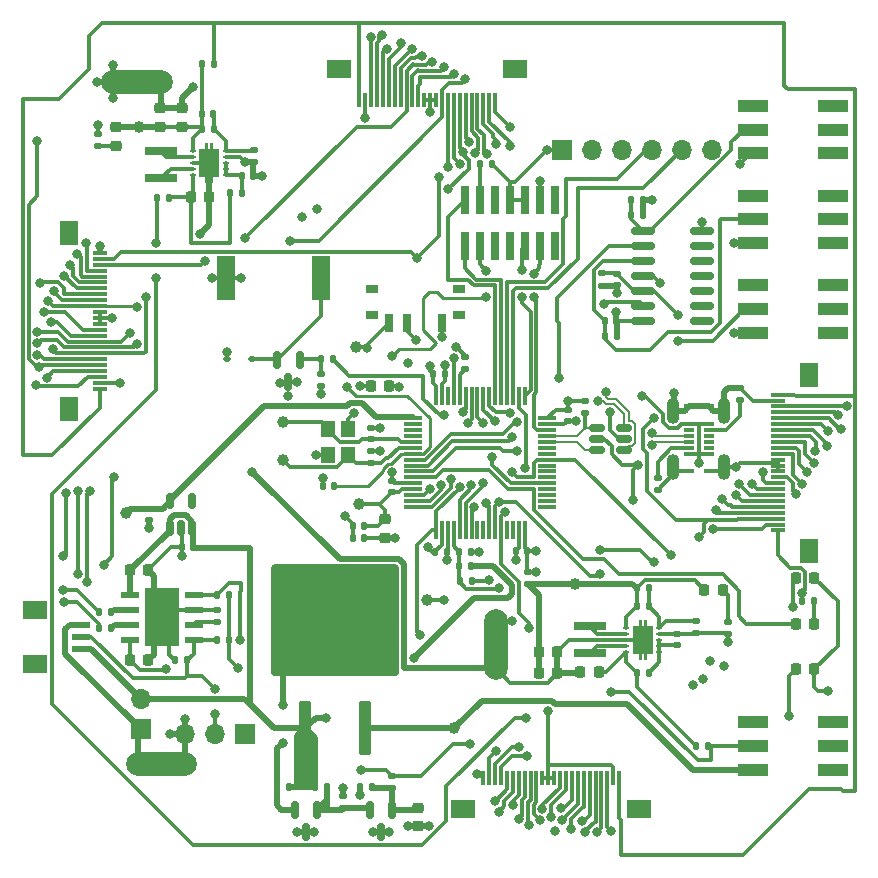
<source format=gbr>
%TF.GenerationSoftware,KiCad,Pcbnew,7.0.7-7.0.7~ubuntu22.04.1*%
%TF.CreationDate,2023-09-13T17:51:59+02:00*%
%TF.ProjectId,ShotClockProject,53686f74-436c-46f6-936b-50726f6a6563,rev?*%
%TF.SameCoordinates,Original*%
%TF.FileFunction,Copper,L1,Top*%
%TF.FilePolarity,Positive*%
%FSLAX46Y46*%
G04 Gerber Fmt 4.6, Leading zero omitted, Abs format (unit mm)*
G04 Created by KiCad (PCBNEW 7.0.7-7.0.7~ubuntu22.04.1) date 2023-09-13 17:51:59*
%MOMM*%
%LPD*%
G01*
G04 APERTURE LIST*
G04 Aperture macros list*
%AMRoundRect*
0 Rectangle with rounded corners*
0 $1 Rounding radius*
0 $2 $3 $4 $5 $6 $7 $8 $9 X,Y pos of 4 corners*
0 Add a 4 corners polygon primitive as box body*
4,1,4,$2,$3,$4,$5,$6,$7,$8,$9,$2,$3,0*
0 Add four circle primitives for the rounded corners*
1,1,$1+$1,$2,$3*
1,1,$1+$1,$4,$5*
1,1,$1+$1,$6,$7*
1,1,$1+$1,$8,$9*
0 Add four rect primitives between the rounded corners*
20,1,$1+$1,$2,$3,$4,$5,0*
20,1,$1+$1,$4,$5,$6,$7,0*
20,1,$1+$1,$6,$7,$8,$9,0*
20,1,$1+$1,$8,$9,$2,$3,0*%
%AMFreePoly0*
4,1,21,-0.125000,1.200000,0.125000,1.200000,0.125000,1.700000,0.375000,1.700000,0.375000,1.200000,0.825000,1.200000,0.825000,-1.200000,0.375000,-1.200000,0.375000,-1.700000,0.125000,-1.700000,0.125000,-1.200000,-0.125000,-1.200000,-0.125000,-1.700000,-0.375000,-1.700000,-0.375000,-1.200000,-0.825000,-1.200000,-0.825000,1.200000,-0.375000,1.200000,-0.375000,1.700000,-0.125000,1.700000,
-0.125000,1.200000,-0.125000,1.200000,$1*%
G04 Aperture macros list end*
%TA.AperFunction,SMDPad,CuDef*%
%ADD10RoundRect,0.135000X-0.185000X0.135000X-0.185000X-0.135000X0.185000X-0.135000X0.185000X0.135000X0*%
%TD*%
%TA.AperFunction,SMDPad,CuDef*%
%ADD11RoundRect,0.140000X-0.140000X-0.170000X0.140000X-0.170000X0.140000X0.170000X-0.140000X0.170000X0*%
%TD*%
%TA.AperFunction,SMDPad,CuDef*%
%ADD12R,2.550000X1.000000*%
%TD*%
%TA.AperFunction,SMDPad,CuDef*%
%ADD13RoundRect,0.135000X-0.135000X-0.185000X0.135000X-0.185000X0.135000X0.185000X-0.135000X0.185000X0*%
%TD*%
%TA.AperFunction,SMDPad,CuDef*%
%ADD14R,0.300000X1.300000*%
%TD*%
%TA.AperFunction,SMDPad,CuDef*%
%ADD15R,2.000000X1.600000*%
%TD*%
%TA.AperFunction,SMDPad,CuDef*%
%ADD16C,2.000000*%
%TD*%
%TA.AperFunction,SMDPad,CuDef*%
%ADD17RoundRect,0.140000X-0.170000X0.140000X-0.170000X-0.140000X0.170000X-0.140000X0.170000X0.140000X0*%
%TD*%
%TA.AperFunction,SMDPad,CuDef*%
%ADD18R,1.300000X0.300000*%
%TD*%
%TA.AperFunction,SMDPad,CuDef*%
%ADD19R,1.600000X2.000000*%
%TD*%
%TA.AperFunction,SMDPad,CuDef*%
%ADD20RoundRect,0.112500X-0.187500X-0.112500X0.187500X-0.112500X0.187500X0.112500X-0.187500X0.112500X0*%
%TD*%
%TA.AperFunction,SMDPad,CuDef*%
%ADD21RoundRect,0.218750X0.218750X0.256250X-0.218750X0.256250X-0.218750X-0.256250X0.218750X-0.256250X0*%
%TD*%
%TA.AperFunction,SMDPad,CuDef*%
%ADD22C,1.000000*%
%TD*%
%TA.AperFunction,SMDPad,CuDef*%
%ADD23RoundRect,0.225000X0.225000X0.250000X-0.225000X0.250000X-0.225000X-0.250000X0.225000X-0.250000X0*%
%TD*%
%TA.AperFunction,SMDPad,CuDef*%
%ADD24RoundRect,0.135000X0.185000X-0.135000X0.185000X0.135000X-0.185000X0.135000X-0.185000X-0.135000X0*%
%TD*%
%TA.AperFunction,SMDPad,CuDef*%
%ADD25RoundRect,0.135000X0.135000X0.185000X-0.135000X0.185000X-0.135000X-0.185000X0.135000X-0.185000X0*%
%TD*%
%TA.AperFunction,ComponentPad*%
%ADD26R,1.700000X1.700000*%
%TD*%
%TA.AperFunction,ComponentPad*%
%ADD27O,1.700000X1.700000*%
%TD*%
%TA.AperFunction,SMDPad,CuDef*%
%ADD28R,2.700000X0.800000*%
%TD*%
%TA.AperFunction,SMDPad,CuDef*%
%ADD29RoundRect,0.140000X0.170000X-0.140000X0.170000X0.140000X-0.170000X0.140000X-0.170000X-0.140000X0*%
%TD*%
%TA.AperFunction,SMDPad,CuDef*%
%ADD30R,0.740000X2.400000*%
%TD*%
%TA.AperFunction,SMDPad,CuDef*%
%ADD31RoundRect,0.150000X-0.825000X-0.150000X0.825000X-0.150000X0.825000X0.150000X-0.825000X0.150000X0*%
%TD*%
%TA.AperFunction,SMDPad,CuDef*%
%ADD32RoundRect,0.225000X-0.225000X-0.250000X0.225000X-0.250000X0.225000X0.250000X-0.225000X0.250000X0*%
%TD*%
%TA.AperFunction,SMDPad,CuDef*%
%ADD33R,1.550000X0.600000*%
%TD*%
%TA.AperFunction,ComponentPad*%
%ADD34C,0.600000*%
%TD*%
%TA.AperFunction,SMDPad,CuDef*%
%ADD35R,2.950000X4.900000*%
%TD*%
%TA.AperFunction,SMDPad,CuDef*%
%ADD36R,2.000000X1.500000*%
%TD*%
%TA.AperFunction,SMDPad,CuDef*%
%ADD37R,0.600000X0.240000*%
%TD*%
%TA.AperFunction,ComponentPad*%
%ADD38C,0.500000*%
%TD*%
%TA.AperFunction,SMDPad,CuDef*%
%ADD39FreePoly0,0.000000*%
%TD*%
%TA.AperFunction,SMDPad,CuDef*%
%ADD40RoundRect,0.150000X-0.150000X0.587500X-0.150000X-0.587500X0.150000X-0.587500X0.150000X0.587500X0*%
%TD*%
%TA.AperFunction,SMDPad,CuDef*%
%ADD41RoundRect,0.075000X-0.700000X-0.075000X0.700000X-0.075000X0.700000X0.075000X-0.700000X0.075000X0*%
%TD*%
%TA.AperFunction,SMDPad,CuDef*%
%ADD42RoundRect,0.075000X-0.075000X-0.700000X0.075000X-0.700000X0.075000X0.700000X-0.075000X0.700000X0*%
%TD*%
%TA.AperFunction,SMDPad,CuDef*%
%ADD43R,0.870000X0.300000*%
%TD*%
%TA.AperFunction,ComponentPad*%
%ADD44O,1.100000X2.200000*%
%TD*%
%TA.AperFunction,SMDPad,CuDef*%
%ADD45RoundRect,0.218750X0.256250X-0.218750X0.256250X0.218750X-0.256250X0.218750X-0.256250X-0.218750X0*%
%TD*%
%TA.AperFunction,SMDPad,CuDef*%
%ADD46RoundRect,0.225000X-0.250000X0.225000X-0.250000X-0.225000X0.250000X-0.225000X0.250000X0.225000X0*%
%TD*%
%TA.AperFunction,SMDPad,CuDef*%
%ADD47RoundRect,0.225000X0.250000X-0.225000X0.250000X0.225000X-0.250000X0.225000X-0.250000X-0.225000X0*%
%TD*%
%TA.AperFunction,SMDPad,CuDef*%
%ADD48RoundRect,0.218750X-0.256250X0.218750X-0.256250X-0.218750X0.256250X-0.218750X0.256250X0.218750X0*%
%TD*%
%TA.AperFunction,SMDPad,CuDef*%
%ADD49R,1.000000X0.800000*%
%TD*%
%TA.AperFunction,SMDPad,CuDef*%
%ADD50R,0.700000X1.500000*%
%TD*%
%TA.AperFunction,SMDPad,CuDef*%
%ADD51RoundRect,0.140000X0.140000X0.170000X-0.140000X0.170000X-0.140000X-0.170000X0.140000X-0.170000X0*%
%TD*%
%TA.AperFunction,SMDPad,CuDef*%
%ADD52RoundRect,0.250000X0.300000X-2.050000X0.300000X2.050000X-0.300000X2.050000X-0.300000X-2.050000X0*%
%TD*%
%TA.AperFunction,SMDPad,CuDef*%
%ADD53RoundRect,0.250000X2.375000X-2.025000X2.375000X2.025000X-2.375000X2.025000X-2.375000X-2.025000X0*%
%TD*%
%TA.AperFunction,SMDPad,CuDef*%
%ADD54RoundRect,0.250002X5.149998X-4.449998X5.149998X4.449998X-5.149998X4.449998X-5.149998X-4.449998X0*%
%TD*%
%TA.AperFunction,SMDPad,CuDef*%
%ADD55RoundRect,0.218750X-0.218750X-0.256250X0.218750X-0.256250X0.218750X0.256250X-0.218750X0.256250X0*%
%TD*%
%TA.AperFunction,SMDPad,CuDef*%
%ADD56RoundRect,0.150000X0.150000X-0.512500X0.150000X0.512500X-0.150000X0.512500X-0.150000X-0.512500X0*%
%TD*%
%TA.AperFunction,SMDPad,CuDef*%
%ADD57RoundRect,0.150000X0.512500X0.150000X-0.512500X0.150000X-0.512500X-0.150000X0.512500X-0.150000X0*%
%TD*%
%TA.AperFunction,SMDPad,CuDef*%
%ADD58R,1.200000X1.400000*%
%TD*%
%TA.AperFunction,SMDPad,CuDef*%
%ADD59R,1.600000X3.800000*%
%TD*%
%TA.AperFunction,ViaPad*%
%ADD60C,0.800000*%
%TD*%
%TA.AperFunction,Conductor*%
%ADD61C,0.300000*%
%TD*%
%TA.AperFunction,Conductor*%
%ADD62C,0.500000*%
%TD*%
%TA.AperFunction,Conductor*%
%ADD63C,0.250000*%
%TD*%
%TA.AperFunction,Conductor*%
%ADD64C,0.200000*%
%TD*%
G04 APERTURE END LIST*
%TA.AperFunction,EtchedComponent*%
%TO.C,NT1*%
G36*
X132500000Y-128500000D02*
G01*
X128500000Y-128500000D01*
X128500000Y-126500000D01*
X132500000Y-126500000D01*
X132500000Y-128500000D01*
G37*
%TD.AperFunction*%
%TA.AperFunction,EtchedComponent*%
%TO.C,NT2*%
G36*
X159800000Y-119400000D02*
G01*
X157800000Y-119400000D01*
X157800000Y-115400000D01*
X159800000Y-115400000D01*
X159800000Y-119400000D01*
G37*
%TD.AperFunction*%
%TA.AperFunction,EtchedComponent*%
%TO.C,NT3*%
G36*
X130425000Y-70762500D02*
G01*
X126425000Y-70762500D01*
X126425000Y-68762500D01*
X130425000Y-68762500D01*
X130425000Y-70762500D01*
G37*
%TD.AperFunction*%
%TD*%
D10*
%TO.P,R29,1*%
%TO.N,Net-(D5-K)*%
X178500000Y-115465000D03*
%TO.P,R29,2*%
%TO.N,GND*%
X178500000Y-116485000D03*
%TD*%
D11*
%TO.P,C23,1*%
%TO.N,/Voltage regulator 5V/5v_out*%
X133920000Y-72517500D03*
%TO.P,C23,2*%
%TO.N,Net-(U4-FB)*%
X134880000Y-72517500D03*
%TD*%
D12*
%TO.P,SW3,1,1*%
%TO.N,+3.3V*%
X180620000Y-75800000D03*
%TO.P,SW3,2,2*%
%TO.N,Net-(U5-1A)*%
X180620000Y-73800000D03*
%TO.P,SW3,3,3*%
%TO.N,unconnected-(SW3-Pad3)*%
X180620000Y-71800000D03*
%TO.P,SW3,4,4*%
%TO.N,unconnected-(SW3-Pad4)*%
X187380000Y-75800000D03*
%TO.P,SW3,5,5*%
%TO.N,unconnected-(SW3-Pad5)*%
X187380000Y-73800000D03*
%TO.P,SW3,6,6*%
%TO.N,unconnected-(SW3-Pad6)*%
X187380000Y-71800000D03*
%TD*%
D13*
%TO.P,R4,1*%
%TO.N,/Voltage regulator 5V/5v_out*%
X133930000Y-68287500D03*
%TO.P,R4,2*%
%TO.N,+5V*%
X134950000Y-68287500D03*
%TD*%
D14*
%TO.P,FPC3,1,1*%
%TO.N,+5V*%
X169250000Y-128700000D03*
%TO.P,FPC3,2,2*%
%TO.N,GND*%
X168750000Y-128700000D03*
%TO.P,FPC3,3,3*%
%TO.N,/Connectors to segment displays/DISP1_SEG_A*%
X168250000Y-128700000D03*
%TO.P,FPC3,4,4*%
%TO.N,/Connectors to segment displays/DISP1_SEG_B*%
X167750000Y-128700000D03*
%TO.P,FPC3,5,5*%
%TO.N,/Connectors to segment displays/DISP1_SEG_C*%
X167250000Y-128700000D03*
%TO.P,FPC3,6,6*%
%TO.N,/Connectors to segment displays/DISP1_SEG_D*%
X166750000Y-128700000D03*
%TO.P,FPC3,7,7*%
%TO.N,/Connectors to segment displays/DISP1_SEG_E*%
X166250000Y-128700000D03*
%TO.P,FPC3,8,8*%
%TO.N,/Connectors to segment displays/DISP1_SEG_F*%
X165750000Y-128700000D03*
%TO.P,FPC3,9,9*%
%TO.N,/Connectors to segment displays/DISP1_SEG_G*%
X165250000Y-128700000D03*
%TO.P,FPC3,10,10*%
%TO.N,/Connectors to segment displays/DISP1_SEG_DP*%
X164750000Y-128700000D03*
%TO.P,FPC3,11,11*%
%TO.N,/Connectors to segment displays/TIM2_CH1_PWM1_SEG*%
X164250000Y-128700000D03*
%TO.P,FPC3,12,12*%
%TO.N,GND*%
X163750000Y-128700000D03*
%TO.P,FPC3,13,13*%
X163250000Y-128700000D03*
%TO.P,FPC3,14,14*%
X162750000Y-128700000D03*
%TO.P,FPC3,15,15*%
%TO.N,/Connectors to segment displays/DISP2_SEG_A*%
X162250000Y-128700000D03*
%TO.P,FPC3,16,16*%
%TO.N,/Connectors to segment displays/DISP2_SEG_B*%
X161750000Y-128700000D03*
%TO.P,FPC3,17,17*%
%TO.N,/Connectors to segment displays/DISP2_SEG_C*%
X161250000Y-128700000D03*
%TO.P,FPC3,18,18*%
%TO.N,/Connectors to segment displays/DISP2_SEG_D*%
X160750000Y-128700000D03*
%TO.P,FPC3,19,19*%
%TO.N,/Connectors to segment displays/DISP2_SEG_E*%
X160250000Y-128700000D03*
%TO.P,FPC3,20,20*%
%TO.N,/Connectors to segment displays/DISP2_SEG_F*%
X159750000Y-128700000D03*
%TO.P,FPC3,21,21*%
%TO.N,/Connectors to segment displays/DISP2_SEG_G*%
X159250000Y-128700000D03*
%TO.P,FPC3,22,22*%
%TO.N,/Connectors to segment displays/DISP2_SEG_DP*%
X158750000Y-128700000D03*
%TO.P,FPC3,23,23*%
%TO.N,/Connectors to segment displays/TIM2_CH2_PWM2_SEG*%
X158250000Y-128700000D03*
%TO.P,FPC3,24,24*%
%TO.N,GND*%
X157750000Y-128700000D03*
D15*
%TO.P,FPC3,25,25*%
%TO.N,unconnected-(FPC3-Pad25)*%
X156050000Y-131300000D03*
%TO.P,FPC3,26,26*%
%TO.N,unconnected-(FPC3-Pad26)*%
X170950000Y-131300000D03*
%TD*%
D13*
%TO.P,R20,1*%
%TO.N,/Li-Po Battery and charger/Batt_VoltageDivision_out*%
X155740000Y-112000000D03*
%TO.P,R20,2*%
%TO.N,GND*%
X156760000Y-112000000D03*
%TD*%
D16*
%TO.P,NT1,1,1*%
%TO.N,GND*%
X132500000Y-127500000D03*
%TO.P,NT1,2,2*%
%TO.N,-BATT*%
X128500000Y-127500000D03*
%TD*%
D11*
%TO.P,C18,1*%
%TO.N,/Voltage regulator 3v3/3v3_out*%
X170790000Y-114175000D03*
%TO.P,C18,2*%
%TO.N,Net-(U3-FB)*%
X171750000Y-114175000D03*
%TD*%
D17*
%TO.P,C3,1*%
%TO.N,+3.3V*%
X164890000Y-97520000D03*
%TO.P,C3,2*%
%TO.N,GND*%
X164890000Y-98480000D03*
%TD*%
D18*
%TO.P,FPC2,1,1*%
%TO.N,+5V*%
X182700000Y-96250000D03*
%TO.P,FPC2,2,2*%
%TO.N,GND*%
X182700000Y-96750000D03*
%TO.P,FPC2,3,3*%
%TO.N,/Connectors to segment displays/DISP1_SEG_A*%
X182700000Y-97250000D03*
%TO.P,FPC2,4,4*%
%TO.N,/Connectors to segment displays/DISP1_SEG_B*%
X182700000Y-97750000D03*
%TO.P,FPC2,5,5*%
%TO.N,/Connectors to segment displays/DISP1_SEG_C*%
X182700000Y-98250000D03*
%TO.P,FPC2,6,6*%
%TO.N,/Connectors to segment displays/DISP1_SEG_D*%
X182700000Y-98750000D03*
%TO.P,FPC2,7,7*%
%TO.N,/Connectors to segment displays/DISP1_SEG_E*%
X182700000Y-99250000D03*
%TO.P,FPC2,8,8*%
%TO.N,/Connectors to segment displays/DISP1_SEG_F*%
X182700000Y-99750000D03*
%TO.P,FPC2,9,9*%
%TO.N,/Connectors to segment displays/DISP1_SEG_G*%
X182700000Y-100250000D03*
%TO.P,FPC2,10,10*%
%TO.N,/Connectors to segment displays/DISP1_SEG_DP*%
X182700000Y-100750000D03*
%TO.P,FPC2,11,11*%
%TO.N,/Connectors to segment displays/TIM2_CH1_PWM1_SEG*%
X182700000Y-101250000D03*
%TO.P,FPC2,12,12*%
%TO.N,GND*%
X182700000Y-101750000D03*
%TO.P,FPC2,13,13*%
X182700000Y-102250000D03*
%TO.P,FPC2,14,14*%
X182700000Y-102750000D03*
%TO.P,FPC2,15,15*%
%TO.N,/Connectors to segment displays/DISP2_SEG_A*%
X182700000Y-103250000D03*
%TO.P,FPC2,16,16*%
%TO.N,/Connectors to segment displays/DISP2_SEG_B*%
X182700000Y-103750000D03*
%TO.P,FPC2,17,17*%
%TO.N,/Connectors to segment displays/DISP2_SEG_C*%
X182700000Y-104250000D03*
%TO.P,FPC2,18,18*%
%TO.N,/Connectors to segment displays/DISP2_SEG_D*%
X182700000Y-104750000D03*
%TO.P,FPC2,19,19*%
%TO.N,/Connectors to segment displays/DISP2_SEG_E*%
X182700000Y-105250000D03*
%TO.P,FPC2,20,20*%
%TO.N,/Connectors to segment displays/DISP2_SEG_F*%
X182700000Y-105750000D03*
%TO.P,FPC2,21,21*%
%TO.N,/Connectors to segment displays/DISP2_SEG_G*%
X182700000Y-106250000D03*
%TO.P,FPC2,22,22*%
%TO.N,/Connectors to segment displays/DISP2_SEG_DP*%
X182700000Y-106750000D03*
%TO.P,FPC2,23,23*%
%TO.N,/Connectors to segment displays/TIM2_CH2_PWM2_SEG*%
X182700000Y-107250000D03*
%TO.P,FPC2,24,24*%
%TO.N,GND*%
X182700000Y-107750000D03*
D19*
%TO.P,FPC2,25,25*%
%TO.N,unconnected-(FPC2-Pad25)*%
X185300000Y-109450000D03*
%TO.P,FPC2,26,26*%
%TO.N,unconnected-(FPC2-Pad26)*%
X185300000Y-94550000D03*
%TD*%
D10*
%TO.P,R32,1*%
%TO.N,Net-(U4-FB)*%
X138305000Y-75527500D03*
%TO.P,R32,2*%
%TO.N,GND*%
X138305000Y-76547500D03*
%TD*%
D18*
%TO.P,FPC4,1,1*%
%TO.N,+5V*%
X125300000Y-95750000D03*
%TO.P,FPC4,2,2*%
%TO.N,GND*%
X125300000Y-95250000D03*
%TO.P,FPC4,3,3*%
%TO.N,/Connectors to segment displays/DISP1_SEG_A*%
X125300000Y-94750000D03*
%TO.P,FPC4,4,4*%
%TO.N,/Connectors to segment displays/DISP1_SEG_B*%
X125300000Y-94250000D03*
%TO.P,FPC4,5,5*%
%TO.N,/Connectors to segment displays/DISP1_SEG_C*%
X125300000Y-93750000D03*
%TO.P,FPC4,6,6*%
%TO.N,/Connectors to segment displays/DISP1_SEG_D*%
X125300000Y-93250000D03*
%TO.P,FPC4,7,7*%
%TO.N,/Connectors to segment displays/DISP1_SEG_E*%
X125300000Y-92750000D03*
%TO.P,FPC4,8,8*%
%TO.N,/Connectors to segment displays/DISP1_SEG_F*%
X125300000Y-92250000D03*
%TO.P,FPC4,9,9*%
%TO.N,/Connectors to segment displays/DISP1_SEG_G*%
X125300000Y-91750000D03*
%TO.P,FPC4,10,10*%
%TO.N,/Connectors to segment displays/DISP1_SEG_DP*%
X125300000Y-91250000D03*
%TO.P,FPC4,11,11*%
%TO.N,/Connectors to segment displays/TIM2_CH1_PWM1_SEG*%
X125300000Y-90750000D03*
%TO.P,FPC4,12,12*%
%TO.N,GND*%
X125300000Y-90250000D03*
%TO.P,FPC4,13,13*%
X125300000Y-89750000D03*
%TO.P,FPC4,14,14*%
X125300000Y-89250000D03*
%TO.P,FPC4,15,15*%
%TO.N,/Connectors to segment displays/DISP2_SEG_A*%
X125300000Y-88750000D03*
%TO.P,FPC4,16,16*%
%TO.N,/Connectors to segment displays/DISP2_SEG_B*%
X125300000Y-88250000D03*
%TO.P,FPC4,17,17*%
%TO.N,/Connectors to segment displays/DISP2_SEG_C*%
X125300000Y-87750000D03*
%TO.P,FPC4,18,18*%
%TO.N,/Connectors to segment displays/DISP2_SEG_D*%
X125300000Y-87250000D03*
%TO.P,FPC4,19,19*%
%TO.N,/Connectors to segment displays/DISP2_SEG_E*%
X125300000Y-86750000D03*
%TO.P,FPC4,20,20*%
%TO.N,/Connectors to segment displays/DISP2_SEG_F*%
X125300000Y-86250000D03*
%TO.P,FPC4,21,21*%
%TO.N,/Connectors to segment displays/DISP2_SEG_G*%
X125300000Y-85750000D03*
%TO.P,FPC4,22,22*%
%TO.N,/Connectors to segment displays/DISP2_SEG_DP*%
X125300000Y-85250000D03*
%TO.P,FPC4,23,23*%
%TO.N,/Connectors to segment displays/TIM2_CH2_PWM2_SEG*%
X125300000Y-84750000D03*
%TO.P,FPC4,24,24*%
%TO.N,GND*%
X125300000Y-84250000D03*
D19*
%TO.P,FPC4,25,25*%
%TO.N,unconnected-(FPC4-Pad25)*%
X122700000Y-82550000D03*
%TO.P,FPC4,26,26*%
%TO.N,unconnected-(FPC4-Pad26)*%
X122700000Y-97450000D03*
%TD*%
D20*
%TO.P,D2,1,K*%
%TO.N,+3.3V*%
X136035000Y-93265000D03*
%TO.P,D2,2,A*%
%TO.N,Net-(D2-A)*%
X138135000Y-93265000D03*
%TD*%
D21*
%TO.P,D1,1,K*%
%TO.N,Net-(D1-K)*%
X185787500Y-115625000D03*
%TO.P,D1,2,A*%
%TO.N,/STM32F103RCT6/ORANGE_LED*%
X184212500Y-115625000D03*
%TD*%
D22*
%TO.P,TP5,1,1*%
%TO.N,+3.3V*%
X147000000Y-92250000D03*
%TD*%
D11*
%TO.P,C28,1*%
%TO.N,Net-(U5-1A)*%
X170270000Y-81000000D03*
%TO.P,C28,2*%
%TO.N,GND*%
X171230000Y-81000000D03*
%TD*%
D23*
%TO.P,C21,1*%
%TO.N,/Voltage regulator 3v3/batt_in*%
X167525000Y-119750000D03*
%TO.P,C21,2*%
%TO.N,GNDPWR*%
X165975000Y-119750000D03*
%TD*%
D13*
%TO.P,R12,1*%
%TO.N,Net-(J2-GNDDetect)*%
X157490000Y-76750000D03*
%TO.P,R12,2*%
%TO.N,GND*%
X158510000Y-76750000D03*
%TD*%
D24*
%TO.P,R17,1*%
%TO.N,Net-(Q3-B)*%
X150000000Y-129520000D03*
%TO.P,R17,2*%
%TO.N,VBUS*%
X150000000Y-128500000D03*
%TD*%
D22*
%TO.P,TP7,1,1*%
%TO.N,/STM32F103RCT6/HSE_IN*%
X140750000Y-98600000D03*
%TD*%
D25*
%TO.P,R35,1*%
%TO.N,GND*%
X169050000Y-91250000D03*
%TO.P,R35,2*%
%TO.N,Net-(U5-2A)*%
X168030000Y-91250000D03*
%TD*%
%TO.P,R14,1*%
%TO.N,+BATT*%
X156710000Y-110750000D03*
%TO.P,R14,2*%
%TO.N,/Li-Po Battery and charger/Batt_VoltageDivision_out*%
X155690000Y-110750000D03*
%TD*%
D10*
%TO.P,R8,1*%
%TO.N,+3.3V*%
X166372840Y-96757283D03*
%TO.P,R8,2*%
%TO.N,/STM32F103RCT6/USB_D+*%
X166372840Y-97777283D03*
%TD*%
D22*
%TO.P,TP8,1,1*%
%TO.N,/STM32F103RCT6/HSE_OUT*%
X140750000Y-101750000D03*
%TD*%
D23*
%TO.P,C1,1*%
%TO.N,+3.3V*%
X149750000Y-95500000D03*
%TO.P,C1,2*%
%TO.N,GND*%
X148200000Y-95500000D03*
%TD*%
D26*
%TO.P,J3,1,Pin_1*%
%TO.N,GND*%
X164380000Y-75500000D03*
D27*
%TO.P,J3,2,Pin_2*%
%TO.N,unconnected-(J3-Pin_2-Pad2)*%
X166920000Y-75500000D03*
%TO.P,J3,3,Pin_3*%
%TO.N,unconnected-(J3-Pin_3-Pad3)*%
X169460000Y-75500000D03*
%TO.P,J3,4,Pin_4*%
%TO.N,/STM32F103RCT6/UART4_RX*%
X172000000Y-75500000D03*
%TO.P,J3,5,Pin_5*%
%TO.N,/STM32F103RCT6/UART4_TX*%
X174540000Y-75500000D03*
%TO.P,J3,6,Pin_6*%
%TO.N,unconnected-(J3-Pin_6-Pad6)*%
X177080000Y-75500000D03*
%TD*%
D26*
%TO.P,J5,1,Pin_1*%
%TO.N,-BATT*%
X128750000Y-124540000D03*
D27*
%TO.P,J5,2,Pin_2*%
%TO.N,+BATT*%
X128750000Y-122000000D03*
%TD*%
D28*
%TO.P,L1,1,1*%
%TO.N,Net-(U3-L1)*%
X166750000Y-118150000D03*
%TO.P,L1,2,2*%
%TO.N,Net-(U3-L2)*%
X166750000Y-115850000D03*
%TD*%
D29*
%TO.P,C11,1*%
%TO.N,/STM32F103RCT6/HSE_OUT*%
X148250000Y-102000000D03*
%TO.P,C11,2*%
%TO.N,GND*%
X148250000Y-101040000D03*
%TD*%
D30*
%TO.P,J2,1,NC*%
%TO.N,unconnected-(J2-NC-Pad1)*%
X163810000Y-79800000D03*
%TO.P,J2,2,NC*%
%TO.N,unconnected-(J2-NC-Pad2)*%
X163810000Y-83700000D03*
%TO.P,J2,3,VCC*%
%TO.N,+3.3V*%
X162540000Y-79800000D03*
%TO.P,J2,4,JTMS/SWDIO*%
%TO.N,/STM32F103RCT6/SWDIO*%
X162540000Y-83700000D03*
%TO.P,J2,5,GND*%
%TO.N,GND*%
X161270000Y-79800000D03*
%TO.P,J2,6,JCLK/SWCLK*%
%TO.N,/STM32F103RCT6/SWCLK*%
X161270000Y-83700000D03*
%TO.P,J2,7,GND*%
%TO.N,GND*%
X160000000Y-79800000D03*
%TO.P,J2,8,JTDO/SWO*%
%TO.N,unconnected-(J2-JTDO{slash}SWO-Pad8)*%
X160000000Y-83700000D03*
%TO.P,J2,9,JRCLK/NC*%
%TO.N,unconnected-(J2-JRCLK{slash}NC-Pad9)*%
X158730000Y-79800000D03*
%TO.P,J2,10,JTDI/NC*%
%TO.N,unconnected-(J2-JTDI{slash}NC-Pad10)*%
X158730000Y-83700000D03*
%TO.P,J2,11,GNDDetect*%
%TO.N,Net-(J2-GNDDetect)*%
X157460000Y-79800000D03*
%TO.P,J2,12,~{RST}*%
%TO.N,/STM32F103RCT6/NRST*%
X157460000Y-83700000D03*
%TO.P,J2,13,VCP_RX*%
%TO.N,/STM32F103RCT6/UART5_RX*%
X156190000Y-79800000D03*
%TO.P,J2,14,VCP_TX*%
%TO.N,/STM32F103RCT6/UART5_TX*%
X156190000Y-83700000D03*
%TD*%
D31*
%TO.P,U5,1,1A*%
%TO.N,Net-(U5-1A)*%
X171300000Y-82380000D03*
%TO.P,U5,2,1Y*%
%TO.N,/STM32F103RCT6/button3_in*%
X171300000Y-83650000D03*
%TO.P,U5,3,2A*%
%TO.N,Net-(U5-2A)*%
X171300000Y-84920000D03*
%TO.P,U5,4,2Y*%
%TO.N,/STM32F103RCT6/button2_in*%
X171300000Y-86190000D03*
%TO.P,U5,5,3A*%
%TO.N,Net-(U5-3A)*%
X171300000Y-87460000D03*
%TO.P,U5,6,3Y*%
%TO.N,/STM32F103RCT6/button1_in*%
X171300000Y-88730000D03*
%TO.P,U5,7,GND*%
%TO.N,GND*%
X171300000Y-90000000D03*
%TO.P,U5,8,4Y*%
%TO.N,unconnected-(U5-4Y-Pad8)*%
X176250000Y-90000000D03*
%TO.P,U5,9,4A*%
%TO.N,unconnected-(U5-4A-Pad9)*%
X176250000Y-88730000D03*
%TO.P,U5,10,5Y*%
%TO.N,unconnected-(U5-5Y-Pad10)*%
X176250000Y-87460000D03*
%TO.P,U5,11,5A*%
%TO.N,unconnected-(U5-5A-Pad11)*%
X176250000Y-86190000D03*
%TO.P,U5,12,6Y*%
%TO.N,unconnected-(U5-6Y-Pad12)*%
X176250000Y-84920000D03*
%TO.P,U5,13,6A*%
%TO.N,unconnected-(U5-6A-Pad13)*%
X176250000Y-83650000D03*
%TO.P,U5,14,VCC*%
%TO.N,+3.3V*%
X176250000Y-82380000D03*
%TD*%
D25*
%TO.P,R34,1*%
%TO.N,GND*%
X171270000Y-79750000D03*
%TO.P,R34,2*%
%TO.N,Net-(U5-1A)*%
X170250000Y-79750000D03*
%TD*%
D22*
%TO.P,TP11,1,1*%
%TO.N,/STM32F103RCT6/VBAT*%
X127490000Y-106250000D03*
%TD*%
D13*
%TO.P,R30,1*%
%TO.N,/Voltage regulator 5V/batt_in*%
X136290000Y-79200000D03*
%TO.P,R30,2*%
%TO.N,Net-(U4-EN)*%
X137310000Y-79200000D03*
%TD*%
%TO.P,R16,1*%
%TO.N,Net-(D4-K)*%
X125230000Y-116000000D03*
%TO.P,R16,2*%
%TO.N,/Li-Po Battery and charger/IC_CHRG_Red*%
X126250000Y-116000000D03*
%TD*%
D24*
%TO.P,R11,1*%
%TO.N,GND*%
X144000000Y-95525000D03*
%TO.P,R11,2*%
%TO.N,Net-(Q1-B)*%
X144000000Y-94505000D03*
%TD*%
%TO.P,R5,1*%
%TO.N,Net-(J1-CC1)*%
X179500000Y-96685000D03*
%TO.P,R5,2*%
%TO.N,GND*%
X179500000Y-95665000D03*
%TD*%
D32*
%TO.P,C15,1*%
%TO.N,+BATT*%
X127840000Y-111130000D03*
%TO.P,C15,2*%
%TO.N,GND*%
X129390000Y-111130000D03*
%TD*%
D25*
%TO.P,R13,1*%
%TO.N,VBUS*%
X136250000Y-113180000D03*
%TO.P,R13,2*%
%TO.N,Net-(D3-A)*%
X135230000Y-113180000D03*
%TD*%
D33*
%TO.P,IC1,1,TEMP*%
%TO.N,/Li-Po Battery and charger/IC_TEMP*%
X133215000Y-116985000D03*
%TO.P,IC1,2,PROG*%
%TO.N,/Li-Po Battery and charger/IC_PROG*%
X133215000Y-115715000D03*
%TO.P,IC1,3,GND*%
%TO.N,GND*%
X133215000Y-114445000D03*
%TO.P,IC1,4,VCC*%
%TO.N,Net-(D3-A)*%
X133215000Y-113175000D03*
%TO.P,IC1,5,BAT*%
%TO.N,+BATT*%
X127815000Y-113175000D03*
%TO.P,IC1,6,~{STDBY}*%
%TO.N,/Li-Po Battery and charger/IC_STDBY_Green*%
X127815000Y-114445000D03*
%TO.P,IC1,7,~{CHRG}*%
%TO.N,/Li-Po Battery and charger/IC_CHRG_Red*%
X127815000Y-115715000D03*
%TO.P,IC1,8,CE*%
%TO.N,Net-(D3-A)*%
X127815000Y-116985000D03*
D34*
%TO.P,IC1,9,EP*%
%TO.N,GND*%
X131165000Y-117030000D03*
X131165000Y-115730000D03*
X131165000Y-114430000D03*
X131165000Y-113130000D03*
D35*
X130515000Y-115080000D03*
D34*
X129865000Y-117030000D03*
X129865000Y-115730000D03*
X129865000Y-114430000D03*
X129865000Y-113130000D03*
%TD*%
D11*
%TO.P,C16,1*%
%TO.N,/Li-Po Battery and charger/Batt_VoltageDivision_out*%
X155720000Y-109550000D03*
%TO.P,C16,2*%
%TO.N,GND*%
X156680000Y-109550000D03*
%TD*%
D33*
%TO.P,J4,1,1*%
%TO.N,-BATT*%
X123690000Y-115750000D03*
%TO.P,J4,2,2*%
%TO.N,/Li-Po Battery and charger/IC_TEMP*%
X123690000Y-116750000D03*
%TO.P,J4,3,3*%
%TO.N,+BATT*%
X123690000Y-117750000D03*
D36*
%TO.P,J4,4,4*%
%TO.N,unconnected-(J4-Pad4)*%
X119810000Y-119050000D03*
%TO.P,J4,5,5*%
%TO.N,unconnected-(J4-Pad5)*%
X119810000Y-114450000D03*
%TD*%
D13*
%TO.P,R22,1*%
%TO.N,GND*%
X147295000Y-129445000D03*
%TO.P,R22,2*%
%TO.N,Net-(Q3-B)*%
X148315000Y-129445000D03*
%TD*%
D11*
%TO.P,C29,1*%
%TO.N,Net-(U5-2A)*%
X168060000Y-90000000D03*
%TO.P,C29,2*%
%TO.N,GND*%
X169020000Y-90000000D03*
%TD*%
D21*
%TO.P,D5,1,K*%
%TO.N,Net-(D5-K)*%
X178037500Y-112775000D03*
%TO.P,D5,2,A*%
%TO.N,/Voltage regulator 3v3/3v3_out*%
X176462500Y-112775000D03*
%TD*%
D37*
%TO.P,U4,1,VOUT*%
%TO.N,/Voltage regulator 5V/5v_out*%
X133130000Y-75612500D03*
%TO.P,U4,2,L2*%
%TO.N,Net-(U4-L2)*%
X133130000Y-76112500D03*
%TO.P,U4,3,PGND*%
%TO.N,GNDPWR*%
X133130000Y-76612500D03*
%TO.P,U4,4,L1*%
%TO.N,Net-(U4-L1)*%
X133130000Y-77112500D03*
%TO.P,U4,5,VIN*%
%TO.N,/Voltage regulator 5V/batt_in*%
X133130000Y-77612500D03*
%TO.P,U4,6,EN*%
%TO.N,Net-(U4-EN)*%
X135930000Y-77612500D03*
%TO.P,U4,7,PS/SYNC*%
X135930000Y-77112500D03*
%TO.P,U4,8,VINA*%
X135930000Y-76612500D03*
%TO.P,U4,9,GND*%
%TO.N,GND*%
X135930000Y-76112500D03*
%TO.P,U4,10,FB*%
%TO.N,Net-(U4-FB)*%
X135930000Y-75612500D03*
D38*
%TO.P,U4,11,PGND*%
%TO.N,GNDPWR*%
X133955000Y-76612500D03*
X134530000Y-75662500D03*
D39*
X134530000Y-76612500D03*
D38*
X134530000Y-77562500D03*
X135105000Y-76612500D03*
%TD*%
D22*
%TO.P,TP4,1,1*%
%TO.N,+3.3VA*%
X147250000Y-105500000D03*
%TD*%
D26*
%TO.P,J6,1,Pin_1*%
%TO.N,unconnected-(J6-Pin_1-Pad1)*%
X137540000Y-125000000D03*
D27*
%TO.P,J6,2,Pin_2*%
%TO.N,/Li-Po Battery and charger/IC_TEMP*%
X135000000Y-125000000D03*
%TO.P,J6,3,Pin_3*%
%TO.N,GND*%
X132460000Y-125000000D03*
%TD*%
D29*
%TO.P,C10,1*%
%TO.N,/STM32F103RCT6/HSE_IN*%
X148250000Y-100000000D03*
%TO.P,C10,2*%
%TO.N,GND*%
X148250000Y-99040000D03*
%TD*%
D40*
%TO.P,Q4,1,B*%
%TO.N,Net-(Q3-C)*%
X143675000Y-131380000D03*
%TO.P,Q4,2,C*%
%TO.N,Net-(Q2-G)*%
X141775000Y-131380000D03*
%TO.P,Q4,3,E*%
%TO.N,GND*%
X142725000Y-133255000D03*
%TD*%
D41*
%TO.P,U1,1,VBAT*%
%TO.N,/STM32F103RCT6/VBAT*%
X151825000Y-98250000D03*
%TO.P,U1,2,PC13*%
%TO.N,unconnected-(U1-PC13-Pad2)*%
X151825000Y-98750000D03*
%TO.P,U1,3,PC14*%
%TO.N,unconnected-(U1-PC14-Pad3)*%
X151825000Y-99250000D03*
%TO.P,U1,4,PC15*%
%TO.N,unconnected-(U1-PC15-Pad4)*%
X151825000Y-99750000D03*
%TO.P,U1,5,PD0*%
%TO.N,/STM32F103RCT6/HSE_IN*%
X151825000Y-100250000D03*
%TO.P,U1,6,PD1*%
%TO.N,/STM32F103RCT6/HSE_OUT*%
X151825000Y-100750000D03*
%TO.P,U1,7,NRST*%
%TO.N,/STM32F103RCT6/NRST*%
X151825000Y-101250000D03*
%TO.P,U1,8,PC0*%
%TO.N,/STM32F103RCT6/button1_in*%
X151825000Y-101750000D03*
%TO.P,U1,9,PC1*%
%TO.N,/STM32F103RCT6/button2_in*%
X151825000Y-102250000D03*
%TO.P,U1,10,PC2*%
%TO.N,/STM32F103RCT6/button3_in*%
X151825000Y-102750000D03*
%TO.P,U1,11,PC3*%
%TO.N,/STM32F103RCT6/ORANGE_LED*%
X151825000Y-103250000D03*
%TO.P,U1,12,VSSA*%
%TO.N,GND*%
X151825000Y-103750000D03*
%TO.P,U1,13,VDDA*%
%TO.N,+3.3VA*%
X151825000Y-104250000D03*
%TO.P,U1,14,PA0*%
%TO.N,/Connectors to segment displays/DISP1_SEG_A*%
X151825000Y-104750000D03*
%TO.P,U1,15,PA1*%
%TO.N,/Connectors to segment displays/DISP1_SEG_B*%
X151825000Y-105250000D03*
%TO.P,U1,16,PA2*%
%TO.N,/Connectors to segment displays/DISP1_SEG_C*%
X151825000Y-105750000D03*
D42*
%TO.P,U1,17,PA3*%
%TO.N,/Connectors to segment displays/DISP1_SEG_D*%
X153750000Y-107675000D03*
%TO.P,U1,18,VSS*%
%TO.N,GND*%
X154250000Y-107675000D03*
%TO.P,U1,19,VDD*%
%TO.N,+3.3V*%
X154750000Y-107675000D03*
%TO.P,U1,20,PA4*%
%TO.N,/Li-Po Battery and charger/Batt_VoltageDivision_out*%
X155250000Y-107675000D03*
%TO.P,U1,21,PA5*%
%TO.N,/Connectors to segment displays/DISP1_SEG_E*%
X155750000Y-107675000D03*
%TO.P,U1,22,PA6*%
%TO.N,/Connectors to segment displays/DISP1_SEG_F*%
X156250000Y-107675000D03*
%TO.P,U1,23,PA7*%
%TO.N,/Connectors to segment displays/DISP1_SEG_G*%
X156750000Y-107675000D03*
%TO.P,U1,24,PC4*%
%TO.N,unconnected-(U1-PC4-Pad24)*%
X157250000Y-107675000D03*
%TO.P,U1,25,PC5*%
%TO.N,unconnected-(U1-PC5-Pad25)*%
X157750000Y-107675000D03*
%TO.P,U1,26,PB0*%
%TO.N,/Connectors to segment displays/DISP2_SEG_A*%
X158250000Y-107675000D03*
%TO.P,U1,27,PB1*%
%TO.N,/Connectors to segment displays/DISP2_SEG_B*%
X158750000Y-107675000D03*
%TO.P,U1,28,PB2*%
%TO.N,/Connectors to segment displays/DISP2_SEG_C*%
X159250000Y-107675000D03*
%TO.P,U1,29,PB10*%
%TO.N,unconnected-(U1-PB10-Pad29)*%
X159750000Y-107675000D03*
%TO.P,U1,30,PB11*%
%TO.N,unconnected-(U1-PB11-Pad30)*%
X160250000Y-107675000D03*
%TO.P,U1,31,VSS*%
%TO.N,GND*%
X160750000Y-107675000D03*
%TO.P,U1,32,VDD*%
%TO.N,+3.3V*%
X161250000Y-107675000D03*
D41*
%TO.P,U1,33,PB12*%
%TO.N,unconnected-(U1-PB12-Pad33)*%
X163175000Y-105750000D03*
%TO.P,U1,34,PB13*%
%TO.N,unconnected-(U1-PB13-Pad34)*%
X163175000Y-105250000D03*
%TO.P,U1,35,PB14*%
%TO.N,unconnected-(U1-PB14-Pad35)*%
X163175000Y-104750000D03*
%TO.P,U1,36,PB15*%
%TO.N,unconnected-(U1-PB15-Pad36)*%
X163175000Y-104250000D03*
%TO.P,U1,37,PC6*%
%TO.N,/STM32F103RCT6/PWM3_BUZZER*%
X163175000Y-103750000D03*
%TO.P,U1,38,PC7*%
%TO.N,unconnected-(U1-PC7-Pad38)*%
X163175000Y-103250000D03*
%TO.P,U1,39,PC8*%
%TO.N,unconnected-(U1-PC8-Pad39)*%
X163175000Y-102750000D03*
%TO.P,U1,40,PC9*%
%TO.N,unconnected-(U1-PC9-Pad40)*%
X163175000Y-102250000D03*
%TO.P,U1,41,PA8*%
%TO.N,/Connectors to segment displays/DISP1_SEG_DP*%
X163175000Y-101750000D03*
%TO.P,U1,42,PA9*%
%TO.N,unconnected-(U1-PA9-Pad42)*%
X163175000Y-101250000D03*
%TO.P,U1,43,PA10*%
%TO.N,unconnected-(U1-PA10-Pad43)*%
X163175000Y-100750000D03*
%TO.P,U1,44,PA11*%
%TO.N,/STM32F103RCT6/USB_D-*%
X163175000Y-100250000D03*
%TO.P,U1,45,PA12*%
%TO.N,/STM32F103RCT6/USB_D+*%
X163175000Y-99750000D03*
%TO.P,U1,46,PA13*%
%TO.N,/STM32F103RCT6/SWDIO*%
X163175000Y-99250000D03*
%TO.P,U1,47,VSS*%
%TO.N,GND*%
X163175000Y-98750000D03*
%TO.P,U1,48,VDD*%
%TO.N,+3.3V*%
X163175000Y-98250000D03*
D42*
%TO.P,U1,49,PA14*%
%TO.N,/STM32F103RCT6/SWCLK*%
X161250000Y-96325000D03*
%TO.P,U1,50,PA15*%
%TO.N,/Connectors to segment displays/TIM2_CH1_PWM1_SEG*%
X160750000Y-96325000D03*
%TO.P,U1,51,PC10*%
%TO.N,/STM32F103RCT6/UART4_TX*%
X160250000Y-96325000D03*
%TO.P,U1,52,PC11*%
%TO.N,/STM32F103RCT6/UART4_RX*%
X159750000Y-96325000D03*
%TO.P,U1,53,PC12*%
%TO.N,/STM32F103RCT6/UART5_TX*%
X159250000Y-96325000D03*
%TO.P,U1,54,PD2*%
%TO.N,/STM32F103RCT6/UART5_RX*%
X158750000Y-96325000D03*
%TO.P,U1,55,PB3*%
%TO.N,/Connectors to segment displays/TIM2_CH2_PWM2_SEG*%
X158250000Y-96325000D03*
%TO.P,U1,56,PB4*%
%TO.N,/Connectors to segment displays/DISP2_SEG_D*%
X157750000Y-96325000D03*
%TO.P,U1,57,PB5*%
%TO.N,/Connectors to segment displays/DISP2_SEG_E*%
X157250000Y-96325000D03*
%TO.P,U1,58,PB6*%
%TO.N,/Connectors to segment displays/DISP2_SEG_F*%
X156750000Y-96325000D03*
%TO.P,U1,59,PB7*%
%TO.N,/Connectors to segment displays/DISP2_SEG_G*%
X156250000Y-96325000D03*
%TO.P,U1,60,BOOT0*%
%TO.N,/STM32F103RCT6/BOOT0*%
X155750000Y-96325000D03*
%TO.P,U1,61,PB8*%
%TO.N,/Connectors to segment displays/DISP2_SEG_DP*%
X155250000Y-96325000D03*
%TO.P,U1,62,PB9*%
%TO.N,unconnected-(U1-PB9-Pad62)*%
X154750000Y-96325000D03*
%TO.P,U1,63,VSS*%
%TO.N,GND*%
X154250000Y-96325000D03*
%TO.P,U1,64,VDD*%
%TO.N,+3.3V*%
X153750000Y-96325000D03*
%TD*%
D16*
%TO.P,NT2,1,1*%
%TO.N,GNDPWR*%
X158800000Y-119400000D03*
%TO.P,NT2,2,2*%
%TO.N,GND*%
X158800000Y-115400000D03*
%TD*%
D43*
%TO.P,J1,A1,GND_A*%
%TO.N,GND*%
X176865000Y-97250000D03*
%TO.P,J1,A4,VBUS_A*%
%TO.N,VBUS*%
X176865000Y-98750000D03*
%TO.P,J1,A5,CC1*%
%TO.N,Net-(J1-CC1)*%
X176865000Y-99250000D03*
%TO.P,J1,A6,D1+*%
%TO.N,unconnected-(J1-D1+-PadA6)*%
X176865000Y-99750000D03*
%TO.P,J1,A7,D1-*%
%TO.N,unconnected-(J1-D1--PadA7)*%
X176865000Y-100250000D03*
%TO.P,J1,A8,SBU1*%
%TO.N,unconnected-(J1-SBU1-PadA8)*%
X176865000Y-100750000D03*
%TO.P,J1,A9,VBUS_A__1*%
%TO.N,VBUS*%
X176865000Y-101250000D03*
%TO.P,J1,A12,GND_A__1*%
%TO.N,GND*%
X176865000Y-102750000D03*
%TO.P,J1,B1,GND_B*%
X175135000Y-102750000D03*
%TO.P,J1,B4,VBUS_B*%
%TO.N,VBUS*%
X175135000Y-101250000D03*
%TO.P,J1,B5,CC2*%
%TO.N,Net-(J1-CC2)*%
X175135000Y-100750000D03*
%TO.P,J1,B6,D2+*%
%TO.N,/STM32F103RCT6/USB_CONN_D+*%
X175135000Y-100250000D03*
%TO.P,J1,B7,D2-*%
%TO.N,/STM32F103RCT6/USB_CONN_D-*%
X175135000Y-99750000D03*
%TO.P,J1,B8,SBU2*%
%TO.N,unconnected-(J1-SBU2-PadB8)*%
X175135000Y-99250000D03*
%TO.P,J1,B9,VBUS_B__1*%
%TO.N,VBUS*%
X175135000Y-98750000D03*
%TO.P,J1,B12,GND_B__1*%
%TO.N,GND*%
X175135000Y-97250000D03*
D44*
%TO.P,J1,S1,SHIELD*%
X178150000Y-97600000D03*
%TO.P,J1,S2,SHIELD__1*%
X173850000Y-97600000D03*
%TO.P,J1,S3,SHIELD__2*%
X178150000Y-102400000D03*
%TO.P,J1,S4,SHIELD__3*%
X173850000Y-102400000D03*
%TD*%
D12*
%TO.P,SW4,1,1*%
%TO.N,+3.3V*%
X180620000Y-83400000D03*
%TO.P,SW4,2,2*%
%TO.N,Net-(U5-2A)*%
X180620000Y-81400000D03*
%TO.P,SW4,3,3*%
%TO.N,unconnected-(SW4-Pad3)*%
X180620000Y-79400000D03*
%TO.P,SW4,4,4*%
%TO.N,unconnected-(SW4-Pad4)*%
X187380000Y-83400000D03*
%TO.P,SW4,5,5*%
%TO.N,unconnected-(SW4-Pad5)*%
X187380000Y-81400000D03*
%TO.P,SW4,6,6*%
%TO.N,unconnected-(SW4-Pad6)*%
X187380000Y-79400000D03*
%TD*%
D10*
%TO.P,R7,1*%
%TO.N,Net-(J1-CC2)*%
X172500000Y-103265000D03*
%TO.P,R7,2*%
%TO.N,GND*%
X172500000Y-104285000D03*
%TD*%
D29*
%TO.P,C22,1*%
%TO.N,Net-(U3-EN)*%
X174150000Y-117455000D03*
%TO.P,C22,2*%
%TO.N,GND*%
X174150000Y-116495000D03*
%TD*%
D22*
%TO.P,TP12,1,1*%
%TO.N,/Li-Po Battery and charger/Batt_VoltageDivision_out*%
X153000000Y-113600000D03*
%TD*%
D12*
%TO.P,SW1,1,1*%
%TO.N,unconnected-(SW1-Pad1)*%
X187380000Y-124000000D03*
%TO.P,SW1,2,2*%
%TO.N,unconnected-(SW1-Pad2)*%
X187380000Y-126000000D03*
%TO.P,SW1,3,3*%
%TO.N,unconnected-(SW1-Pad3)*%
X187380000Y-128000000D03*
%TO.P,SW1,4,4*%
%TO.N,unconnected-(SW1-Pad4)*%
X180620000Y-124000000D03*
%TO.P,SW1,5,5*%
%TO.N,Net-(R1-Pad1)*%
X180620000Y-126000000D03*
%TO.P,SW1,6,6*%
%TO.N,/Li-Po Battery and charger/charger_out*%
X180620000Y-128000000D03*
%TD*%
D13*
%TO.P,R31,1*%
%TO.N,/Voltage regulator 5V/5v_out*%
X133890000Y-73787500D03*
%TO.P,R31,2*%
%TO.N,Net-(U4-FB)*%
X134910000Y-73787500D03*
%TD*%
D45*
%TO.P,D6,1,K*%
%TO.N,Net-(D6-K)*%
X126675000Y-75175000D03*
%TO.P,D6,2,A*%
%TO.N,/Voltage regulator 5V/5v_out*%
X126675000Y-73600000D03*
%TD*%
D22*
%TO.P,TP3,1,1*%
%TO.N,/Voltage regulator 5V/5v_out*%
X128575000Y-73587500D03*
%TD*%
D11*
%TO.P,C2,1*%
%TO.N,+3.3V*%
X153520000Y-94500000D03*
%TO.P,C2,2*%
%TO.N,GND*%
X154480000Y-94500000D03*
%TD*%
D13*
%TO.P,R9,1*%
%TO.N,GND*%
X184740000Y-113750000D03*
%TO.P,R9,2*%
%TO.N,Net-(D1-K)*%
X185760000Y-113750000D03*
%TD*%
D22*
%TO.P,TP1,1,1*%
%TO.N,/Voltage regulator 3v3/3v3_out*%
X165500000Y-112250000D03*
%TD*%
D46*
%TO.P,C17,1*%
%TO.N,Net-(Q3-B)*%
X152250000Y-131210000D03*
%TO.P,C17,2*%
%TO.N,GND*%
X152250000Y-132760000D03*
%TD*%
D13*
%TO.P,R15,1*%
%TO.N,Net-(D3-K)*%
X125230000Y-114650000D03*
%TO.P,R15,2*%
%TO.N,/Li-Po Battery and charger/IC_STDBY_Green*%
X126250000Y-114650000D03*
%TD*%
D47*
%TO.P,C25,1*%
%TO.N,/Voltage regulator 5V/5v_out*%
X132200000Y-73562500D03*
%TO.P,C25,2*%
%TO.N,GNDPWR*%
X132200000Y-72012500D03*
%TD*%
D32*
%TO.P,C20,1*%
%TO.N,/Voltage regulator 3v3/3v3_out*%
X162475000Y-119800000D03*
%TO.P,C20,2*%
%TO.N,GNDPWR*%
X164025000Y-119800000D03*
%TD*%
D48*
%TO.P,FB1,1*%
%TO.N,+3.3VA*%
X149400000Y-106812500D03*
%TO.P,FB1,2*%
%TO.N,+3.3V*%
X149400000Y-108387500D03*
%TD*%
D32*
%TO.P,C14,1*%
%TO.N,Net-(D3-A)*%
X127840000Y-118750000D03*
%TO.P,C14,2*%
%TO.N,GND*%
X129390000Y-118750000D03*
%TD*%
D49*
%TO.P,SW2,*%
%TO.N,*%
X155650000Y-89530000D03*
X155650000Y-87320000D03*
X148350000Y-89530000D03*
X148350000Y-87320000D03*
D50*
%TO.P,SW2,1,A*%
%TO.N,GND*%
X154250000Y-90180000D03*
%TO.P,SW2,2,B*%
%TO.N,/STM32F103RCT6/SW_BOOT0*%
X151250000Y-90180000D03*
%TO.P,SW2,3,C*%
%TO.N,+3.3V*%
X149750000Y-90180000D03*
%TD*%
D51*
%TO.P,C8,1*%
%TO.N,+3.3V*%
X147680000Y-108400000D03*
%TO.P,C8,2*%
%TO.N,GND*%
X146720000Y-108400000D03*
%TD*%
D29*
%TO.P,C6,1*%
%TO.N,+3.3VA*%
X150000000Y-104480000D03*
%TO.P,C6,2*%
%TO.N,GND*%
X150000000Y-103520000D03*
%TD*%
D52*
%TO.P,Q2,1,S*%
%TO.N,+BATT*%
X142670000Y-124500000D03*
D53*
%TO.P,Q2,2,G*%
%TO.N,Net-(Q2-G)*%
X142435000Y-117775000D03*
X147985000Y-117775000D03*
D54*
X145210000Y-115350000D03*
D53*
X142435000Y-112925000D03*
X147985000Y-112925000D03*
D52*
%TO.P,Q2,3,D*%
%TO.N,/Li-Po Battery and charger/charger_out*%
X147750000Y-124500000D03*
%TD*%
D13*
%TO.P,R27,1*%
%TO.N,/Voltage regulator 3v3/3v3_out*%
X170760000Y-112635000D03*
%TO.P,R27,2*%
%TO.N,Net-(U3-FB)*%
X171780000Y-112635000D03*
%TD*%
D51*
%TO.P,C7,1*%
%TO.N,+3.3VA*%
X147680000Y-107400000D03*
%TO.P,C7,2*%
%TO.N,GND*%
X146720000Y-107400000D03*
%TD*%
%TO.P,C5,1*%
%TO.N,+3.3V*%
X161480000Y-109500000D03*
%TO.P,C5,2*%
%TO.N,GND*%
X160520000Y-109500000D03*
%TD*%
D37*
%TO.P,U3,1,VOUT*%
%TO.N,/Voltage regulator 3v3/3v3_out*%
X169850000Y-116015000D03*
%TO.P,U3,2,L2*%
%TO.N,Net-(U3-L2)*%
X169850000Y-116515000D03*
%TO.P,U3,3,PGND*%
%TO.N,GNDPWR*%
X169850000Y-117015000D03*
%TO.P,U3,4,L1*%
%TO.N,Net-(U3-L1)*%
X169850000Y-117515000D03*
%TO.P,U3,5,VIN*%
%TO.N,/Voltage regulator 3v3/batt_in*%
X169850000Y-118015000D03*
%TO.P,U3,6,EN*%
%TO.N,Net-(U3-EN)*%
X172650000Y-118015000D03*
%TO.P,U3,7,PS/SYNC*%
X172650000Y-117515000D03*
%TO.P,U3,8,VINA*%
X172650000Y-117015000D03*
%TO.P,U3,9,GND*%
%TO.N,GND*%
X172650000Y-116515000D03*
%TO.P,U3,10,FB*%
%TO.N,Net-(U3-FB)*%
X172650000Y-116015000D03*
D38*
%TO.P,U3,11,PGND*%
%TO.N,GNDPWR*%
X170675000Y-117015000D03*
X171250000Y-116065000D03*
D39*
X171250000Y-117015000D03*
D38*
X171250000Y-117965000D03*
X171825000Y-117015000D03*
%TD*%
D40*
%TO.P,Q1,1,B*%
%TO.N,Net-(Q1-B)*%
X142200000Y-93327500D03*
%TO.P,Q1,2,C*%
%TO.N,Net-(D2-A)*%
X140300000Y-93327500D03*
%TO.P,Q1,3,E*%
%TO.N,GND*%
X141250000Y-95202500D03*
%TD*%
D24*
%TO.P,R2,1*%
%TO.N,/Voltage regulator 3v3/3v3_out*%
X161500000Y-112260000D03*
%TO.P,R2,2*%
%TO.N,+3.3V*%
X161500000Y-111240000D03*
%TD*%
D32*
%TO.P,C19,1*%
%TO.N,/Voltage regulator 3v3/3v3_out*%
X162475000Y-118000000D03*
%TO.P,C19,2*%
%TO.N,GNDPWR*%
X164025000Y-118000000D03*
%TD*%
D25*
%TO.P,R1,1*%
%TO.N,Net-(R1-Pad1)*%
X176760000Y-126000000D03*
%TO.P,R1,2*%
%TO.N,/Voltage regulator 3v3/batt_in*%
X175740000Y-126000000D03*
%TD*%
D10*
%TO.P,R21,1*%
%TO.N,GND*%
X135240000Y-114490000D03*
%TO.P,R21,2*%
%TO.N,/Li-Po Battery and charger/IC_PROG*%
X135240000Y-115510000D03*
%TD*%
D55*
%TO.P,D3,1,K*%
%TO.N,Net-(D3-K)*%
X184212500Y-119500000D03*
%TO.P,D3,2,A*%
%TO.N,Net-(D3-A)*%
X185787500Y-119500000D03*
%TD*%
%TO.P,D4,1,K*%
%TO.N,Net-(D4-K)*%
X184212500Y-111750000D03*
%TO.P,D4,2,A*%
%TO.N,Net-(D3-A)*%
X185787500Y-111750000D03*
%TD*%
D56*
%TO.P,U2,1,IN*%
%TO.N,+BATT*%
X131215000Y-107567500D03*
%TO.P,U2,2,GND*%
%TO.N,GND*%
X132165000Y-107567500D03*
%TO.P,U2,3,EN*%
%TO.N,+BATT*%
X133115000Y-107567500D03*
%TO.P,U2,4,NC*%
%TO.N,unconnected-(U2-NC-Pad4)*%
X133115000Y-105292500D03*
%TO.P,U2,5,OUT*%
%TO.N,/STM32F103RCT6/VBAT*%
X131215000Y-105292500D03*
%TD*%
D10*
%TO.P,R6,1*%
%TO.N,/STM32F103RCT6/SW_BOOT0*%
X156200000Y-93090000D03*
%TO.P,R6,2*%
%TO.N,/STM32F103RCT6/BOOT0*%
X156200000Y-94110000D03*
%TD*%
D32*
%TO.P,C26,1*%
%TO.N,/Voltage regulator 5V/batt_in*%
X132990000Y-79537500D03*
%TO.P,C26,2*%
%TO.N,GNDPWR*%
X134540000Y-79537500D03*
%TD*%
D57*
%TO.P,U6,1,I/O1*%
%TO.N,/STM32F103RCT6/USB_CONN_D-*%
X169637500Y-100950000D03*
%TO.P,U6,2,GND*%
%TO.N,GND*%
X169637500Y-100000000D03*
%TO.P,U6,3,I/O2*%
%TO.N,/STM32F103RCT6/USB_CONN_D+*%
X169637500Y-99050000D03*
%TO.P,U6,4,I/O2*%
%TO.N,/STM32F103RCT6/USB_D+*%
X167362500Y-99050000D03*
%TO.P,U6,5,VBUS*%
%TO.N,VBUS*%
X167362500Y-100000000D03*
%TO.P,U6,6,I/O1*%
%TO.N,/STM32F103RCT6/USB_D-*%
X167362500Y-100950000D03*
%TD*%
D24*
%TO.P,R36,1*%
%TO.N,GND*%
X167800000Y-87010000D03*
%TO.P,R36,2*%
%TO.N,Net-(U5-3A)*%
X167800000Y-85990000D03*
%TD*%
D47*
%TO.P,C24,1*%
%TO.N,/Voltage regulator 5V/5v_out*%
X130415000Y-73562500D03*
%TO.P,C24,2*%
%TO.N,GNDPWR*%
X130415000Y-72012500D03*
%TD*%
D17*
%TO.P,C13,1*%
%TO.N,/STM32F103RCT6/VBAT*%
X129415000Y-105900000D03*
%TO.P,C13,2*%
%TO.N,GND*%
X129415000Y-106860000D03*
%TD*%
D22*
%TO.P,TP2,1,1*%
%TO.N,/Li-Po Battery and charger/charger_out*%
X155250000Y-124500000D03*
%TD*%
D58*
%TO.P,Y1,1,1*%
%TO.N,/STM32F103RCT6/HSE_IN*%
X144610000Y-99150000D03*
%TO.P,Y1,2,2*%
%TO.N,GND*%
X144610000Y-101350000D03*
%TO.P,Y1,3,3*%
%TO.N,/STM32F103RCT6/HSE_OUT*%
X146310000Y-101350000D03*
%TO.P,Y1,4,4*%
%TO.N,GND*%
X146310000Y-99150000D03*
%TD*%
D13*
%TO.P,R19,1*%
%TO.N,Net-(Q2-G)*%
X140310000Y-129445000D03*
%TO.P,R19,2*%
%TO.N,+BATT*%
X141330000Y-129445000D03*
%TD*%
%TO.P,R10,1*%
%TO.N,Net-(Q1-B)*%
X143990000Y-93265000D03*
%TO.P,R10,2*%
%TO.N,/STM32F103RCT6/PWM3_BUZZER*%
X145010000Y-93265000D03*
%TD*%
D16*
%TO.P,NT3,1,1*%
%TO.N,GNDPWR*%
X130425000Y-69762500D03*
%TO.P,NT3,2,2*%
%TO.N,GND*%
X126425000Y-69762500D03*
%TD*%
D51*
%TO.P,C4,1*%
%TO.N,+3.3V*%
X154645000Y-109550000D03*
%TO.P,C4,2*%
%TO.N,GND*%
X153685000Y-109550000D03*
%TD*%
%TO.P,C9,1*%
%TO.N,/STM32F103RCT6/NRST*%
X145143431Y-104000000D03*
%TO.P,C9,2*%
%TO.N,GND*%
X144183431Y-104000000D03*
%TD*%
%TO.P,C12,1*%
%TO.N,+BATT*%
X133195000Y-109180000D03*
%TO.P,C12,2*%
%TO.N,GND*%
X132235000Y-109180000D03*
%TD*%
D24*
%TO.P,R33,1*%
%TO.N,Net-(D6-K)*%
X125125000Y-75172500D03*
%TO.P,R33,2*%
%TO.N,GND*%
X125125000Y-74152500D03*
%TD*%
D13*
%TO.P,R3,1*%
%TO.N,Net-(R1-Pad1)*%
X130090000Y-79600000D03*
%TO.P,R3,2*%
%TO.N,/Voltage regulator 5V/batt_in*%
X131110000Y-79600000D03*
%TD*%
D14*
%TO.P,FPC1,1,1*%
%TO.N,+5V*%
X147250000Y-71300000D03*
%TO.P,FPC1,2,2*%
%TO.N,GND*%
X147750000Y-71300000D03*
%TO.P,FPC1,3,3*%
%TO.N,/Connectors to segment displays/DISP1_SEG_A*%
X148250000Y-71300000D03*
%TO.P,FPC1,4,4*%
%TO.N,/Connectors to segment displays/DISP1_SEG_B*%
X148750000Y-71300000D03*
%TO.P,FPC1,5,5*%
%TO.N,/Connectors to segment displays/DISP1_SEG_C*%
X149250000Y-71300000D03*
%TO.P,FPC1,6,6*%
%TO.N,/Connectors to segment displays/DISP1_SEG_D*%
X149750000Y-71300000D03*
%TO.P,FPC1,7,7*%
%TO.N,/Connectors to segment displays/DISP1_SEG_E*%
X150250000Y-71300000D03*
%TO.P,FPC1,8,8*%
%TO.N,/Connectors to segment displays/DISP1_SEG_F*%
X150750000Y-71300000D03*
%TO.P,FPC1,9,9*%
%TO.N,/Connectors to segment displays/DISP1_SEG_G*%
X151250000Y-71300000D03*
%TO.P,FPC1,10,10*%
%TO.N,/Connectors to segment displays/DISP1_SEG_DP*%
X151750000Y-71300000D03*
%TO.P,FPC1,11,11*%
%TO.N,/Connectors to segment displays/TIM2_CH1_PWM1_SEG*%
X152250000Y-71300000D03*
%TO.P,FPC1,12,12*%
%TO.N,GND*%
X152750000Y-71300000D03*
%TO.P,FPC1,13,13*%
X153250000Y-71300000D03*
%TO.P,FPC1,14,14*%
X153750000Y-71300000D03*
%TO.P,FPC1,15,15*%
%TO.N,/Connectors to segment displays/DISP2_SEG_A*%
X154250000Y-71300000D03*
%TO.P,FPC1,16,16*%
%TO.N,/Connectors to segment displays/DISP2_SEG_B*%
X154750000Y-71300000D03*
%TO.P,FPC1,17,17*%
%TO.N,/Connectors to segment displays/DISP2_SEG_C*%
X155250000Y-71300000D03*
%TO.P,FPC1,18,18*%
%TO.N,/Connectors to segment displays/DISP2_SEG_D*%
X155750000Y-71300000D03*
%TO.P,FPC1,19,19*%
%TO.N,/Connectors to segment displays/DISP2_SEG_E*%
X156250000Y-71300000D03*
%TO.P,FPC1,20,20*%
%TO.N,/Connectors to segment displays/DISP2_SEG_F*%
X156750000Y-71300000D03*
%TO.P,FPC1,21,21*%
%TO.N,/Connectors to segment displays/DISP2_SEG_G*%
X157250000Y-71300000D03*
%TO.P,FPC1,22,22*%
%TO.N,/Connectors to segment displays/DISP2_SEG_DP*%
X157750000Y-71300000D03*
%TO.P,FPC1,23,23*%
%TO.N,/Connectors to segment displays/TIM2_CH2_PWM2_SEG*%
X158250000Y-71300000D03*
%TO.P,FPC1,24,24*%
%TO.N,GND*%
X158750000Y-71300000D03*
D15*
%TO.P,FPC1,25,25*%
%TO.N,unconnected-(FPC1-Pad25)*%
X160450000Y-68700000D03*
%TO.P,FPC1,26,26*%
%TO.N,unconnected-(FPC1-Pad26)*%
X145550000Y-68700000D03*
%TD*%
D40*
%TO.P,Q3,1,B*%
%TO.N,Net-(Q3-B)*%
X150025000Y-131380000D03*
%TO.P,Q3,2,C*%
%TO.N,Net-(Q3-C)*%
X148125000Y-131380000D03*
%TO.P,Q3,3,E*%
%TO.N,GND*%
X149075000Y-133255000D03*
%TD*%
D13*
%TO.P,R25,1*%
%TO.N,GND*%
X131655000Y-118750000D03*
%TO.P,R25,2*%
%TO.N,/Li-Po Battery and charger/IC_TEMP*%
X132675000Y-118750000D03*
%TD*%
D10*
%TO.P,R28,1*%
%TO.N,Net-(U3-FB)*%
X175750000Y-115415000D03*
%TO.P,R28,2*%
%TO.N,GND*%
X175750000Y-116435000D03*
%TD*%
D13*
%TO.P,R26,1*%
%TO.N,/Voltage regulator 3v3/batt_in*%
X170740000Y-119815000D03*
%TO.P,R26,2*%
%TO.N,Net-(U3-EN)*%
X171760000Y-119815000D03*
%TD*%
D25*
%TO.P,R18,1*%
%TO.N,Net-(Q3-C)*%
X144505000Y-129445000D03*
%TO.P,R18,2*%
%TO.N,+BATT*%
X143485000Y-129445000D03*
%TD*%
D11*
%TO.P,C27,1*%
%TO.N,Net-(U4-EN)*%
X137325000Y-77747500D03*
%TO.P,C27,2*%
%TO.N,GND*%
X138285000Y-77747500D03*
%TD*%
D10*
%TO.P,R23,1*%
%TO.N,GND*%
X145900000Y-130205000D03*
%TO.P,R23,2*%
%TO.N,Net-(Q3-C)*%
X145900000Y-131225000D03*
%TD*%
D17*
%TO.P,C30,1*%
%TO.N,Net-(U5-3A)*%
X169050000Y-86020000D03*
%TO.P,C30,2*%
%TO.N,GND*%
X169050000Y-86980000D03*
%TD*%
D59*
%TO.P,BUZZER1,1,1*%
%TO.N,+3.3V*%
X136000000Y-86400000D03*
%TO.P,BUZZER1,2,2*%
%TO.N,Net-(D2-A)*%
X144000000Y-86400000D03*
%TD*%
D13*
%TO.P,R24,1*%
%TO.N,/Li-Po Battery and charger/IC_TEMP*%
X135230000Y-117000000D03*
%TO.P,R24,2*%
%TO.N,VBUS*%
X136250000Y-117000000D03*
%TD*%
D28*
%TO.P,L2,1,1*%
%TO.N,Net-(U4-L1)*%
X130450000Y-77937500D03*
%TO.P,L2,2,2*%
%TO.N,Net-(U4-L2)*%
X130450000Y-75637500D03*
%TD*%
D12*
%TO.P,SW5,1,1*%
%TO.N,+3.3V*%
X180620000Y-91000000D03*
%TO.P,SW5,2,2*%
%TO.N,Net-(U5-3A)*%
X180620000Y-89000000D03*
%TO.P,SW5,3,3*%
%TO.N,unconnected-(SW5-Pad3)*%
X180620000Y-87000000D03*
%TO.P,SW5,4,4*%
%TO.N,unconnected-(SW5-Pad4)*%
X187380000Y-91000000D03*
%TO.P,SW5,5,5*%
%TO.N,unconnected-(SW5-Pad5)*%
X187380000Y-89000000D03*
%TO.P,SW5,6,6*%
%TO.N,unconnected-(SW5-Pad6)*%
X187380000Y-87000000D03*
%TD*%
D60*
%TO.N,+3.3V*%
X162225000Y-111250000D03*
X178950000Y-91050000D03*
X153250000Y-93800000D03*
X134808173Y-86400913D03*
X150296051Y-108414924D03*
X136017798Y-92620674D03*
X164900000Y-96800000D03*
X178950000Y-83400000D03*
X162525000Y-78200000D03*
X176275000Y-81650000D03*
X162175000Y-109525000D03*
X179525000Y-76700000D03*
X154650000Y-110250000D03*
X147893484Y-92264607D03*
X150594503Y-95605498D03*
X137200000Y-86400000D03*
%TO.N,GND*%
X163100000Y-75550000D03*
X126425000Y-71162500D03*
X142000000Y-133275000D03*
X168500000Y-97750000D03*
X144000000Y-96200000D03*
X131200000Y-125000000D03*
X179125000Y-102375000D03*
X165597386Y-98512485D03*
X145900000Y-129525000D03*
X154475000Y-93775000D03*
X172000000Y-79750000D03*
X149000000Y-99075000D03*
X169025000Y-89275000D03*
X163200000Y-123000000D03*
X126352687Y-89764456D03*
X148975000Y-101050000D03*
X151375000Y-132775000D03*
X125325000Y-83675000D03*
X141950000Y-95200000D03*
X147350000Y-95525000D03*
X125125000Y-73412500D03*
X157375000Y-109600000D03*
X126425000Y-68337500D03*
X157200000Y-128400000D03*
X153125000Y-132775000D03*
X173875000Y-96075000D03*
X160000000Y-73553053D03*
X140550000Y-95225000D03*
X158200000Y-111920500D03*
X141250000Y-96325000D03*
X144175000Y-103275000D03*
X153256569Y-72352372D03*
X146025000Y-106500000D03*
X143600000Y-101375000D03*
X143425000Y-133250000D03*
X129425000Y-107550000D03*
X147749509Y-72800000D03*
X150000000Y-102825000D03*
X126949500Y-95250000D03*
X147300000Y-130175000D03*
X153025000Y-109150000D03*
X160525000Y-110225000D03*
X169050000Y-87675000D03*
X149775000Y-133250000D03*
X125050000Y-69762500D03*
X148375000Y-133250000D03*
X160183007Y-115395414D03*
X138975000Y-77762500D03*
X146800000Y-97800000D03*
X132226756Y-109899500D03*
X178450000Y-117200000D03*
X132475000Y-123750000D03*
X137575000Y-76562500D03*
X184750000Y-113025000D03*
X154250000Y-91325000D03*
%TO.N,/STM32F103RCT6/NRST*%
X158000000Y-88000000D03*
X146200000Y-95600000D03*
X158000000Y-85750500D03*
X150000000Y-93000000D03*
%TO.N,+BATT*%
X151909500Y-118550500D03*
X144400000Y-123600000D03*
%TO.N,Net-(D3-A)*%
X186975000Y-121300000D03*
X130900000Y-119500500D03*
X137150500Y-117000000D03*
%TO.N,/Li-Po Battery and charger/Batt_VoltageDivision_out*%
X159043227Y-112650500D03*
X154400000Y-113600000D03*
%TO.N,GNDPWR*%
X138200000Y-102800000D03*
X133739500Y-82650500D03*
X133170500Y-70200000D03*
%TO.N,Net-(D3-K)*%
X122125000Y-112800000D03*
X183624500Y-123449500D03*
%TO.N,Net-(D4-K)*%
X122275000Y-113800000D03*
X183932210Y-114229693D03*
%TO.N,/Li-Po Battery and charger/IC_TEMP*%
X135000000Y-121150500D03*
X135000000Y-123250000D03*
%TO.N,VBUS*%
X176000000Y-102000000D03*
X170850500Y-102200000D03*
X147400000Y-128000000D03*
X137000000Y-119400000D03*
X170400000Y-105200000D03*
X156600000Y-125800000D03*
X171200000Y-96400000D03*
%TO.N,/STM32F103RCT6/SWDIO*%
X162000000Y-86000000D03*
X162000000Y-87999500D03*
%TO.N,/STM32F103RCT6/SWCLK*%
X161051788Y-85683930D03*
X160999500Y-87999500D03*
%TO.N,/STM32F103RCT6/SW_BOOT0*%
X155451178Y-92173236D03*
X152022756Y-91662802D03*
%TO.N,/STM32F103RCT6/button1_in*%
X160600250Y-98600250D03*
X168000000Y-88600000D03*
%TO.N,/STM32F103RCT6/button2_in*%
X160216863Y-99876053D03*
X172750500Y-86800000D03*
%TO.N,/STM32F103RCT6/button3_in*%
X160640442Y-100989942D03*
X164200000Y-94800000D03*
%TO.N,Net-(U5-3A)*%
X174250000Y-91669570D03*
X174250000Y-89500000D03*
%TO.N,/Connectors to segment displays/TIM2_CH2_PWM2_SEG*%
X154000000Y-77800000D03*
X152129977Y-84670023D03*
X160000000Y-75200000D03*
X158816470Y-126416470D03*
X177200000Y-107583258D03*
X160000000Y-97800000D03*
%TO.N,/Connectors to segment displays/TIM2_CH1_PWM1_SEG*%
X176949500Y-118800000D03*
X162756086Y-131291778D03*
X120530089Y-89251783D03*
X124200000Y-112149000D03*
X124450500Y-104408910D03*
X184750500Y-103794641D03*
X161300500Y-102450500D03*
X172200000Y-110400000D03*
X167650500Y-109400000D03*
X155271279Y-69096054D03*
%TO.N,/Connectors to segment displays/DISP2_SEG_DP*%
X172200500Y-98200000D03*
X158798654Y-75002330D03*
X160749055Y-126106310D03*
X134200000Y-84899500D03*
X176000000Y-108332758D03*
X155258108Y-93153914D03*
%TO.N,/Connectors to segment displays/DISP2_SEG_G*%
X158042119Y-75845283D03*
X124099502Y-83400000D03*
X151400000Y-93600000D03*
X161455810Y-126855810D03*
X156000500Y-97743122D03*
X177417792Y-106048044D03*
%TO.N,/Connectors to segment displays/DISP2_SEG_F*%
X123349500Y-84308428D03*
X177933627Y-105066373D03*
X157044351Y-75786416D03*
X142415383Y-81184617D03*
X156471593Y-98624642D03*
X158751000Y-130610857D03*
%TO.N,/Connectors to segment displays/DISP2_SEG_E*%
X122749500Y-85268809D03*
X143682082Y-80549500D03*
X159051758Y-131564036D03*
X157725634Y-98608342D03*
X156549500Y-74815854D03*
X179137144Y-104748765D03*
%TO.N,/Connectors to segment displays/DISP2_SEG_D*%
X160250500Y-131000000D03*
X154800000Y-78800000D03*
X122230192Y-86169730D03*
X158718906Y-98496915D03*
X179400000Y-103784446D03*
X156049500Y-75690103D03*
%TO.N,/Connectors to segment displays/DISP2_SEG_C*%
X180472541Y-103771860D03*
X161625500Y-116000000D03*
X160750075Y-132196549D03*
X125600000Y-110649000D03*
X126449500Y-103200000D03*
X120200000Y-86800000D03*
X175488967Y-120849115D03*
X159552123Y-106200000D03*
X155748211Y-76683930D03*
%TO.N,/Connectors to segment displays/DISP2_SEG_B*%
X161633179Y-132664664D03*
X154800000Y-77000000D03*
X159046229Y-105337981D03*
X167650500Y-111400500D03*
X121390243Y-87450395D03*
X181399500Y-102800000D03*
X176314442Y-120285557D03*
%TO.N,Net-(Q2-G)*%
X140750000Y-125750000D03*
X140750000Y-122500000D03*
%TO.N,/Connectors to segment displays/DISP2_SEG_A*%
X162558347Y-132286419D03*
X141400000Y-83200000D03*
X156200000Y-69549500D03*
X128400000Y-88800000D03*
X120912502Y-88328330D03*
X158000000Y-105400000D03*
X184250500Y-104660291D03*
%TO.N,/Connectors to segment displays/DISP1_SEG_DP*%
X160199999Y-102800000D03*
X173600000Y-109800000D03*
X123400000Y-111399500D03*
X121133099Y-90068184D03*
X185149522Y-102798642D03*
X163505586Y-131967447D03*
X178125000Y-119222830D03*
X123400000Y-104400000D03*
X154434449Y-68549500D03*
%TO.N,/Connectors to segment displays/DISP1_SEG_G*%
X153447576Y-68079235D03*
X164321024Y-131236365D03*
X119999500Y-90916566D03*
X185750500Y-102000000D03*
X122200000Y-109899500D03*
X127800000Y-91000000D03*
X122400000Y-104550500D03*
X156999500Y-105768584D03*
X137600000Y-83000000D03*
%TO.N,/Connectors to segment displays/DISP1_SEG_F*%
X157704395Y-103702295D03*
X120000066Y-91916068D03*
X128450500Y-91976538D03*
X185800000Y-101000000D03*
X152600000Y-67549500D03*
X164450500Y-132293245D03*
%TO.N,/Connectors to segment displays/DISP1_SEG_E*%
X151675946Y-66999500D03*
X165200000Y-133000000D03*
X129200000Y-88000000D03*
X186850500Y-100600000D03*
X121312969Y-92370078D03*
X156723302Y-103893248D03*
%TO.N,/Connectors to segment displays/DISP1_SEG_D*%
X166116095Y-132317314D03*
X186974166Y-99302889D03*
X163800000Y-133200000D03*
X119999500Y-92915760D03*
X155743970Y-104093029D03*
X152400000Y-116600000D03*
X150749500Y-66499500D03*
%TO.N,/Connectors to segment displays/DISP1_SEG_C*%
X120149293Y-93941133D03*
X120002558Y-74802558D03*
X188000499Y-99131607D03*
X154994470Y-103352092D03*
X166400497Y-133275500D03*
X149562118Y-66962118D03*
%TO.N,/Connectors to segment displays/DISP1_SEG_B*%
X187740892Y-97949500D03*
X120800000Y-94800000D03*
X149173789Y-65774743D03*
X167400000Y-133275500D03*
X154148212Y-103883930D03*
%TO.N,/Connectors to segment displays/DISP1_SEG_A*%
X153200000Y-104200000D03*
X188500500Y-97200000D03*
X148200000Y-66000000D03*
X119870023Y-95470023D03*
X168600000Y-133200000D03*
%TO.N,Net-(R1-Pad1)*%
X130000000Y-86400000D03*
X161400000Y-123600000D03*
X168600000Y-121400000D03*
X130000000Y-83400000D03*
%TO.N,/STM32F103RCT6/PWM3_BUZZER*%
X158506018Y-101553009D03*
X154400000Y-98000000D03*
%TO.N,/STM32F103RCT6/USB_CONN_D+*%
X172000000Y-100525000D03*
X167427013Y-96767848D03*
%TO.N,/STM32F103RCT6/USB_CONN_D-*%
X168169477Y-96025384D03*
X172000000Y-99475000D03*
%TD*%
D61*
%TO.N,+3.3V*%
X153250000Y-93800000D02*
X153250000Y-94230000D01*
X153750000Y-96325000D02*
X153750000Y-95500000D01*
X134809086Y-86400000D02*
X134808173Y-86400913D01*
X180425000Y-75800000D02*
X179525000Y-76700000D01*
X180620000Y-91000000D02*
X179000000Y-91000000D01*
X179000000Y-91000000D02*
X178950000Y-91050000D01*
X164890000Y-97520000D02*
X164890000Y-96810000D01*
X150489005Y-95500000D02*
X149750000Y-95500000D01*
X162540000Y-79800000D02*
X162540000Y-78215000D01*
X163175000Y-98250000D02*
X163905000Y-97520000D01*
X136000000Y-86400000D02*
X134809086Y-86400000D01*
X153750000Y-95500000D02*
X153500000Y-95250000D01*
X153520000Y-95230000D02*
X153520000Y-94500000D01*
X161500000Y-111240000D02*
X162215000Y-111240000D01*
X161480000Y-109500000D02*
X162150000Y-109500000D01*
X180620000Y-83400000D02*
X178950000Y-83400000D01*
X161480000Y-111220000D02*
X161500000Y-111240000D01*
X147000000Y-92250000D02*
X147878877Y-92250000D01*
X163905000Y-97520000D02*
X164890000Y-97520000D01*
X162150000Y-109500000D02*
X162175000Y-109525000D01*
X149387500Y-108400000D02*
X149400000Y-108387500D01*
X147893484Y-92036516D02*
X149750000Y-90180000D01*
X162215000Y-111240000D02*
X162225000Y-111250000D01*
X154750000Y-109445000D02*
X154750000Y-107675000D01*
X150296051Y-108414924D02*
X149427424Y-108414924D01*
X154645000Y-110245000D02*
X154650000Y-110250000D01*
X153500000Y-95250000D02*
X153520000Y-95230000D01*
X161250000Y-107675000D02*
X161250000Y-109270000D01*
X180620000Y-75800000D02*
X180425000Y-75800000D01*
X161250000Y-109270000D02*
X161480000Y-109500000D01*
X154645000Y-109550000D02*
X154645000Y-110245000D01*
X136035000Y-93265000D02*
X136000000Y-93230000D01*
X147893484Y-92264607D02*
X147893484Y-92036516D01*
X136035000Y-93265000D02*
X136035000Y-92637876D01*
X154645000Y-109550000D02*
X154750000Y-109445000D01*
X153250000Y-94230000D02*
X153520000Y-94500000D01*
X164890000Y-96810000D02*
X164900000Y-96800000D01*
X166372840Y-96757283D02*
X164942717Y-96757283D01*
X147878877Y-92250000D02*
X147893484Y-92264607D01*
X162540000Y-78215000D02*
X162525000Y-78200000D01*
X136035000Y-92637876D02*
X136017798Y-92620674D01*
X176250000Y-81675000D02*
X176275000Y-81650000D01*
X176250000Y-82380000D02*
X176250000Y-81675000D01*
X164942717Y-96757283D02*
X164900000Y-96800000D01*
X161480000Y-109500000D02*
X161480000Y-111220000D01*
X136000000Y-86400000D02*
X137200000Y-86400000D01*
X147680000Y-108400000D02*
X149387500Y-108400000D01*
X150594503Y-95605498D02*
X150489005Y-95500000D01*
X149427424Y-108414924D02*
X149400000Y-108387500D01*
%TO.N,Net-(D2-A)*%
X138135000Y-93265000D02*
X140237500Y-93265000D01*
X144000000Y-86400000D02*
X144000000Y-89627500D01*
X140237500Y-93265000D02*
X140300000Y-93327500D01*
X144000000Y-89627500D02*
X140300000Y-93327500D01*
%TO.N,GND*%
X182700000Y-96750000D02*
X180585000Y-96750000D01*
X169020000Y-90000000D02*
X171300000Y-90000000D01*
X141950000Y-95200000D02*
X140575000Y-95200000D01*
X154250000Y-96325000D02*
X154250000Y-95350000D01*
X160520000Y-110220000D02*
X160525000Y-110225000D01*
X178500000Y-116485000D02*
X178500000Y-117150000D01*
D62*
X126425000Y-68337500D02*
X126425000Y-71162500D01*
D61*
X182700000Y-109866834D02*
X183758166Y-110925000D01*
X160750000Y-107675000D02*
X160750000Y-109270000D01*
D62*
X178150000Y-96000000D02*
X178485000Y-95665000D01*
D61*
X154250000Y-108942035D02*
X153685000Y-109507035D01*
X147750000Y-72799509D02*
X147750000Y-71300000D01*
X175690000Y-116495000D02*
X175750000Y-116435000D01*
X179450000Y-102050000D02*
X179125000Y-102375000D01*
X144183431Y-103283431D02*
X144175000Y-103275000D01*
D62*
X126425000Y-69762500D02*
X125050000Y-69762500D01*
D61*
X157600000Y-112000000D02*
X158120500Y-112000000D01*
X156760000Y-112000000D02*
X157600000Y-112000000D01*
X158510000Y-76750000D02*
X160000000Y-78240000D01*
X163175000Y-98750000D02*
X164620000Y-98750000D01*
X132235000Y-109891256D02*
X132235000Y-109180000D01*
D62*
X173875000Y-96075000D02*
X173875000Y-97575000D01*
D61*
X173850000Y-102400000D02*
X173850000Y-102935000D01*
X168750000Y-128700000D02*
X168750000Y-127750000D01*
X160000000Y-78240000D02*
X160000000Y-79800000D01*
X157450000Y-128400000D02*
X157750000Y-128700000D01*
X174200000Y-102750000D02*
X173850000Y-102400000D01*
D62*
X132475000Y-124985000D02*
X132460000Y-125000000D01*
D61*
X156680000Y-109550000D02*
X157325000Y-109550000D01*
X179100000Y-102400000D02*
X179125000Y-102375000D01*
X180585000Y-96750000D02*
X179500000Y-95665000D01*
X157200000Y-128400000D02*
X157450000Y-128400000D01*
X178450000Y-116435000D02*
X178500000Y-116485000D01*
X137125000Y-76112500D02*
X137575000Y-76562500D01*
X147350000Y-95525000D02*
X148175000Y-95525000D01*
X160410000Y-78240000D02*
X163100000Y-75550000D01*
X164620000Y-98750000D02*
X164890000Y-98480000D01*
X168500000Y-99282107D02*
X168500000Y-98000000D01*
D62*
X176865000Y-97250000D02*
X176790000Y-97175000D01*
X173875000Y-97575000D02*
X173850000Y-97600000D01*
D61*
X132226756Y-109899500D02*
X132235000Y-109891256D01*
X165564901Y-98480000D02*
X165597386Y-98512485D01*
X125300000Y-89750000D02*
X125300000Y-90250000D01*
D62*
X167800000Y-87010000D02*
X169020000Y-87010000D01*
D61*
X133215000Y-114445000D02*
X131180000Y-114445000D01*
X151825000Y-103750000D02*
X150230000Y-103750000D01*
X164890000Y-98480000D02*
X165564901Y-98480000D01*
X131165000Y-117030000D02*
X131165000Y-115730000D01*
D62*
X143400000Y-133275000D02*
X143425000Y-133250000D01*
D61*
X146720000Y-107195000D02*
X146025000Y-106500000D01*
X168600000Y-127600000D02*
X163250000Y-127600000D01*
D62*
X142000000Y-133275000D02*
X143400000Y-133275000D01*
D61*
X153250000Y-71300000D02*
X153250000Y-72345803D01*
X146720000Y-107400000D02*
X146720000Y-107195000D01*
X146310000Y-98290000D02*
X146800000Y-97800000D01*
X169637500Y-100000000D02*
X169217893Y-100000000D01*
D62*
X176790000Y-97175000D02*
X175210000Y-97175000D01*
X147295000Y-130170000D02*
X147300000Y-130175000D01*
D61*
X131340000Y-109180000D02*
X132235000Y-109180000D01*
D62*
X129865000Y-114430000D02*
X131165000Y-114430000D01*
X129425000Y-106870000D02*
X129415000Y-106860000D01*
X137590000Y-76547500D02*
X137575000Y-76562500D01*
X149775000Y-133250000D02*
X148375000Y-133250000D01*
D61*
X158750000Y-72303053D02*
X160000000Y-73553053D01*
D62*
X178150000Y-97600000D02*
X178150000Y-96000000D01*
D61*
X148175000Y-95525000D02*
X148200000Y-95500000D01*
D62*
X138285000Y-77747500D02*
X138960000Y-77747500D01*
X132500000Y-125040000D02*
X132460000Y-125000000D01*
D61*
X163250000Y-128700000D02*
X163250000Y-127600000D01*
X178150000Y-102400000D02*
X179100000Y-102400000D01*
X131165000Y-117030000D02*
X131165000Y-113130000D01*
D62*
X147295000Y-129445000D02*
X147295000Y-130170000D01*
D61*
X174150000Y-116495000D02*
X175690000Y-116495000D01*
D62*
X125325000Y-83675000D02*
X125325000Y-84150000D01*
D61*
X160750000Y-109270000D02*
X160520000Y-109500000D01*
X132235000Y-109180000D02*
X132235000Y-107637500D01*
D62*
X131250000Y-125050000D02*
X131200000Y-125000000D01*
D61*
X164380000Y-75500000D02*
X163150000Y-75500000D01*
X158750000Y-71300000D02*
X158750000Y-72303053D01*
X146310000Y-99150000D02*
X146310000Y-98290000D01*
X157325000Y-109550000D02*
X157375000Y-109600000D01*
D62*
X138305000Y-76547500D02*
X137590000Y-76547500D01*
X129865000Y-113130000D02*
X129865000Y-117030000D01*
X169020000Y-87010000D02*
X169050000Y-86980000D01*
X173850000Y-97600000D02*
X174785000Y-97600000D01*
D61*
X152750000Y-71300000D02*
X153750000Y-71300000D01*
X125125000Y-74152500D02*
X125125000Y-73412500D01*
X163150000Y-75500000D02*
X163100000Y-75550000D01*
D62*
X132475000Y-123750000D02*
X132475000Y-124985000D01*
D61*
X175135000Y-102750000D02*
X174200000Y-102750000D01*
D62*
X129865000Y-113130000D02*
X129865000Y-111605000D01*
D61*
X143625000Y-101350000D02*
X143600000Y-101375000D01*
X144183431Y-104000000D02*
X144183431Y-103283431D01*
D62*
X169025000Y-89275000D02*
X169025000Y-89995000D01*
D61*
X184740000Y-113750000D02*
X184740000Y-113035000D01*
X160000000Y-79800000D02*
X161270000Y-79800000D01*
D62*
X138285000Y-77747500D02*
X138285000Y-76567500D01*
D61*
X183758166Y-110925000D02*
X184666834Y-110925000D01*
X125300000Y-89750000D02*
X126338231Y-89750000D01*
X135930000Y-76112500D02*
X137125000Y-76112500D01*
X154250000Y-91325000D02*
X154250000Y-90180000D01*
D62*
X129865000Y-111605000D02*
X129390000Y-111130000D01*
D61*
X154480000Y-93780000D02*
X154475000Y-93775000D01*
D62*
X171270000Y-80960000D02*
X171230000Y-81000000D01*
D61*
X125300000Y-89750000D02*
X125300000Y-89250000D01*
D62*
X131165000Y-115730000D02*
X129865000Y-115730000D01*
D61*
X129390000Y-111130000D02*
X131340000Y-109180000D01*
X131180000Y-114445000D02*
X131165000Y-114430000D01*
D62*
X131200000Y-125000000D02*
X132460000Y-125000000D01*
D61*
X146720000Y-108400000D02*
X146720000Y-107400000D01*
D62*
X177215000Y-97600000D02*
X176865000Y-97250000D01*
D61*
X184666834Y-110925000D02*
X185000000Y-111258166D01*
D62*
X129425000Y-107550000D02*
X129425000Y-106870000D01*
D61*
X182500000Y-102050000D02*
X179450000Y-102050000D01*
X135240000Y-114490000D02*
X133260000Y-114490000D01*
X131165000Y-118260000D02*
X131655000Y-118750000D01*
D62*
X153110000Y-132760000D02*
X153125000Y-132775000D01*
D61*
X131165000Y-117030000D02*
X131165000Y-118260000D01*
X153685000Y-109550000D02*
X153425000Y-109550000D01*
X162750000Y-128700000D02*
X163750000Y-128700000D01*
D62*
X171270000Y-79750000D02*
X171270000Y-80960000D01*
D61*
X140575000Y-95200000D02*
X140550000Y-95225000D01*
D62*
X178150000Y-97600000D02*
X177215000Y-97600000D01*
D61*
X132235000Y-107637500D02*
X132165000Y-107567500D01*
D62*
X125325000Y-84150000D02*
X125300000Y-84150000D01*
D61*
X172650000Y-116515000D02*
X174130000Y-116515000D01*
X163250000Y-127600000D02*
X163250000Y-123050000D01*
X182700000Y-101750000D02*
X182700000Y-102750000D01*
X147749509Y-72800000D02*
X147750000Y-72799509D01*
X176865000Y-102750000D02*
X177800000Y-102750000D01*
D62*
X169050000Y-86980000D02*
X169050000Y-87675000D01*
X152250000Y-132760000D02*
X153110000Y-132760000D01*
D61*
X154480000Y-94500000D02*
X154480000Y-93780000D01*
X175750000Y-116435000D02*
X178450000Y-116435000D01*
X133260000Y-114490000D02*
X133215000Y-114445000D01*
X169217893Y-100000000D02*
X168500000Y-99282107D01*
X154480000Y-95120000D02*
X154480000Y-94500000D01*
X154250000Y-95350000D02*
X154480000Y-95120000D01*
X158120500Y-112000000D02*
X158200000Y-111920500D01*
X148965000Y-101040000D02*
X148975000Y-101050000D01*
D62*
X138960000Y-77747500D02*
X138975000Y-77762500D01*
D61*
X126338231Y-89750000D02*
X126352687Y-89764456D01*
D62*
X151390000Y-132760000D02*
X151375000Y-132775000D01*
D61*
X174130000Y-116515000D02*
X174150000Y-116495000D01*
X185000000Y-112775000D02*
X184750000Y-113025000D01*
D62*
X152250000Y-132760000D02*
X151390000Y-132760000D01*
D61*
X153685000Y-109507035D02*
X153685000Y-109550000D01*
X158800000Y-115400000D02*
X160178421Y-115400000D01*
D62*
X169025000Y-89995000D02*
X169020000Y-90000000D01*
D61*
X168750000Y-127750000D02*
X168600000Y-127600000D01*
X141947500Y-95202500D02*
X141950000Y-95200000D01*
D62*
X138285000Y-76567500D02*
X138305000Y-76547500D01*
D61*
X150000000Y-103520000D02*
X150000000Y-102825000D01*
D62*
X132500000Y-127500000D02*
X132500000Y-125040000D01*
D61*
X182700000Y-102250000D02*
X182500000Y-102050000D01*
X148965000Y-99040000D02*
X149000000Y-99075000D01*
D62*
X169050000Y-91250000D02*
X169050000Y-90030000D01*
D61*
X184740000Y-113035000D02*
X184750000Y-113025000D01*
X177800000Y-102750000D02*
X178150000Y-102400000D01*
X126949500Y-95250000D02*
X125300000Y-95250000D01*
X182700000Y-107750000D02*
X182700000Y-109866834D01*
X144610000Y-101350000D02*
X143625000Y-101350000D01*
D62*
X175210000Y-97175000D02*
X175135000Y-97250000D01*
X171270000Y-79750000D02*
X172000000Y-79750000D01*
D61*
X141250000Y-95202500D02*
X141947500Y-95202500D01*
X153425000Y-109550000D02*
X153025000Y-109150000D01*
D62*
X145900000Y-129525000D02*
X145900000Y-130205000D01*
X129865000Y-118275000D02*
X129390000Y-118750000D01*
X169050000Y-90030000D02*
X169020000Y-90000000D01*
X178485000Y-95665000D02*
X179500000Y-95665000D01*
D61*
X154250000Y-107675000D02*
X154250000Y-108942035D01*
X163250000Y-123050000D02*
X163200000Y-123000000D01*
D62*
X174785000Y-97600000D02*
X175135000Y-97250000D01*
D61*
X160178421Y-115400000D02*
X160183007Y-115395414D01*
X150230000Y-103750000D02*
X150000000Y-103520000D01*
X185000000Y-111258166D02*
X185000000Y-112775000D01*
X160520000Y-109500000D02*
X160520000Y-110220000D01*
X160000000Y-78240000D02*
X160410000Y-78240000D01*
X173850000Y-102935000D02*
X172500000Y-104285000D01*
D62*
X129865000Y-117030000D02*
X129865000Y-118275000D01*
D61*
X148250000Y-99040000D02*
X148965000Y-99040000D01*
X148250000Y-101040000D02*
X148965000Y-101040000D01*
X178500000Y-117150000D02*
X178450000Y-117200000D01*
X126429188Y-68333312D02*
X126425000Y-68337500D01*
X144000000Y-96200000D02*
X144000000Y-95525000D01*
X153250000Y-72345803D02*
X153256569Y-72352372D01*
%TO.N,+3.3VA*%
X148812500Y-107400000D02*
X149400000Y-106812500D01*
X151825000Y-104250000D02*
X150850000Y-104250000D01*
X147680000Y-107400000D02*
X148812500Y-107400000D01*
X149400000Y-106812500D02*
X149400000Y-106000000D01*
X149400000Y-106000000D02*
X148900000Y-105500000D01*
X148900000Y-105500000D02*
X147250000Y-105500000D01*
X150850000Y-104250000D02*
X150620000Y-104480000D01*
X150620000Y-104480000D02*
X150000000Y-104480000D01*
X148980000Y-105500000D02*
X148900000Y-105500000D01*
X150000000Y-104480000D02*
X148980000Y-105500000D01*
D63*
%TO.N,/STM32F103RCT6/NRST*%
X153200000Y-100715685D02*
X153200000Y-98200000D01*
X153200000Y-92400000D02*
X153749848Y-91850152D01*
X153200000Y-98200000D02*
X151330498Y-96330498D01*
X149699695Y-102100000D02*
X149275000Y-102524695D01*
X153158274Y-87595000D02*
X153841726Y-87595000D01*
X148000000Y-104000000D02*
X145143431Y-104000000D01*
X151825000Y-101250000D02*
X152665685Y-101250000D01*
X150000000Y-93000000D02*
X150600000Y-92400000D01*
D61*
X157460000Y-85210500D02*
X158000000Y-85750500D01*
D63*
X149900000Y-102100000D02*
X149699695Y-102100000D01*
D61*
X157460000Y-83700000D02*
X157460000Y-85210500D01*
D63*
X149275000Y-102524695D02*
X149275000Y-102725000D01*
X153749848Y-91850152D02*
X152675000Y-90775304D01*
X152675000Y-88078274D02*
X153158274Y-87595000D01*
X146930498Y-96330498D02*
X146200000Y-95600000D01*
X154325000Y-88078274D02*
X157921726Y-88078274D01*
X151330498Y-96330498D02*
X146930498Y-96330498D01*
X150750000Y-101250000D02*
X149900000Y-102100000D01*
X152665685Y-101250000D02*
X153200000Y-100715685D01*
X157921726Y-88078274D02*
X158000000Y-88000000D01*
X150600000Y-92400000D02*
X153200000Y-92400000D01*
X152675000Y-90775304D02*
X152675000Y-88078274D01*
X149275000Y-102725000D02*
X148000000Y-104000000D01*
X153841726Y-87595000D02*
X154325000Y-88078274D01*
X151825000Y-101250000D02*
X150750000Y-101250000D01*
D61*
%TO.N,/STM32F103RCT6/HSE_IN*%
X144060000Y-98600000D02*
X144610000Y-99150000D01*
X145610000Y-100250000D02*
X144610000Y-99250000D01*
X150750000Y-100250000D02*
X150500000Y-100000000D01*
X151825000Y-100250000D02*
X150750000Y-100250000D01*
X148250000Y-100000000D02*
X147500000Y-100000000D01*
X147250000Y-100250000D02*
X145610000Y-100250000D01*
X144610000Y-99250000D02*
X144610000Y-99150000D01*
X150500000Y-100000000D02*
X148250000Y-100000000D01*
X140750000Y-98600000D02*
X144060000Y-98600000D01*
X147500000Y-100000000D02*
X147250000Y-100250000D01*
%TO.N,/STM32F103RCT6/HSE_OUT*%
X141400000Y-102400000D02*
X140750000Y-101750000D01*
X149703248Y-101625000D02*
X149502943Y-101625000D01*
X148250000Y-102000000D02*
X146960000Y-102000000D01*
X149502943Y-101625000D02*
X149127943Y-102000000D01*
X146310000Y-101350000D02*
X146310000Y-101450000D01*
X150578248Y-100750000D02*
X149703248Y-101625000D01*
X149127943Y-102000000D02*
X148250000Y-102000000D01*
X151825000Y-100750000D02*
X150578248Y-100750000D01*
X146310000Y-101450000D02*
X145360000Y-102400000D01*
X146960000Y-102000000D02*
X146310000Y-101350000D01*
X145360000Y-102400000D02*
X141400000Y-102400000D01*
D62*
%TO.N,+BATT*%
X137875000Y-122375000D02*
X137500000Y-122000000D01*
X137500000Y-122000000D02*
X128750000Y-122000000D01*
X151909500Y-118550500D02*
X156960000Y-113500000D01*
X131215000Y-107755000D02*
X127840000Y-111130000D01*
X143485000Y-125315000D02*
X142670000Y-124500000D01*
X142670000Y-124500000D02*
X143000000Y-124830000D01*
X140000000Y-124500000D02*
X137875000Y-122375000D01*
X127815000Y-111155000D02*
X127840000Y-111130000D01*
X160200000Y-112400000D02*
X158550000Y-110750000D01*
X143570000Y-123600000D02*
X142670000Y-124500000D01*
X142670000Y-129365000D02*
X142750000Y-129445000D01*
X156960000Y-113500000D02*
X159867315Y-113500000D01*
X131215000Y-107567500D02*
X131215000Y-107755000D01*
X143000000Y-124830000D02*
X143000000Y-129445000D01*
X142500000Y-129445000D02*
X142500000Y-124670000D01*
X124500000Y-117750000D02*
X128750000Y-122000000D01*
X144400000Y-123600000D02*
X143570000Y-123600000D01*
X133195000Y-107647500D02*
X133115000Y-107567500D01*
X127815000Y-113175000D02*
X127815000Y-111155000D01*
X142000000Y-125170000D02*
X142670000Y-124500000D01*
X133265000Y-109250000D02*
X133195000Y-109180000D01*
X138000000Y-122250000D02*
X138000000Y-109250000D01*
X131215000Y-106785000D02*
X131215000Y-107567500D01*
X141330000Y-129445000D02*
X142000000Y-129445000D01*
X133115000Y-107567500D02*
X133115000Y-107006472D01*
X123690000Y-117750000D02*
X124500000Y-117750000D01*
X160200000Y-113167315D02*
X160200000Y-112400000D01*
X159867315Y-113500000D02*
X160200000Y-113167315D01*
X143000000Y-129445000D02*
X143485000Y-129445000D01*
X142750000Y-129445000D02*
X143000000Y-129445000D01*
X142670000Y-124500000D02*
X142670000Y-129365000D01*
X138000000Y-109250000D02*
X133265000Y-109250000D01*
X132563528Y-106455000D02*
X131545000Y-106455000D01*
X137875000Y-122375000D02*
X138000000Y-122250000D01*
X142000000Y-129445000D02*
X142500000Y-129445000D01*
X131545000Y-106455000D02*
X131215000Y-106785000D01*
X143485000Y-129445000D02*
X143485000Y-125315000D01*
X133115000Y-107006472D02*
X132563528Y-106455000D01*
X142500000Y-129445000D02*
X142750000Y-129445000D01*
X142500000Y-124670000D02*
X142670000Y-124500000D01*
X142000000Y-129445000D02*
X142000000Y-125170000D01*
X158550000Y-110750000D02*
X156710000Y-110750000D01*
X133195000Y-109180000D02*
X133195000Y-107647500D01*
X142670000Y-124500000D02*
X140000000Y-124500000D01*
%TO.N,/STM32F103RCT6/VBAT*%
X146197918Y-97200000D02*
X146447918Y-96950000D01*
X127840000Y-105900000D02*
X127490000Y-106250000D01*
X147500000Y-96950000D02*
X148700000Y-98150000D01*
X130607500Y-105900000D02*
X131215000Y-105292500D01*
X146447918Y-96950000D02*
X147500000Y-96950000D01*
X129415000Y-105900000D02*
X127840000Y-105900000D01*
X129415000Y-105900000D02*
X130607500Y-105900000D01*
X148700000Y-98150000D02*
X151825000Y-98150000D01*
X131215000Y-105191497D02*
X139206497Y-97200000D01*
X139206497Y-97200000D02*
X146197918Y-97200000D01*
X131215000Y-105292500D02*
X131215000Y-105191497D01*
D61*
%TO.N,Net-(D3-A)*%
X133215000Y-113175000D02*
X135225000Y-113175000D01*
X136210000Y-112200000D02*
X135230000Y-113180000D01*
X135225000Y-113175000D02*
X135230000Y-113180000D01*
X127840000Y-118750000D02*
X128665000Y-119575000D01*
X186975000Y-121300000D02*
X186100000Y-121300000D01*
X187750000Y-113712500D02*
X187750000Y-117537500D01*
X185787500Y-120987500D02*
X185787500Y-119500000D01*
X185787500Y-111750000D02*
X187750000Y-113712500D01*
X130825500Y-119575000D02*
X130900000Y-119500500D01*
X137200000Y-112200000D02*
X136210000Y-112200000D01*
X128665000Y-119575000D02*
X130825500Y-119575000D01*
X186100000Y-121300000D02*
X185787500Y-120987500D01*
X187750000Y-117537500D02*
X185787500Y-119500000D01*
X137150500Y-117000000D02*
X137150500Y-112950500D01*
X127840000Y-119000000D02*
X127840000Y-117010000D01*
X127840000Y-117010000D02*
X127815000Y-116985000D01*
X137150500Y-112950500D02*
X137200000Y-112901000D01*
X137200000Y-112901000D02*
X137200000Y-112200000D01*
%TO.N,/Li-Po Battery and charger/Batt_VoltageDivision_out*%
X155250000Y-107675000D02*
X155250000Y-109080000D01*
X155690000Y-111950000D02*
X155740000Y-112000000D01*
X155720000Y-109550000D02*
X155720000Y-110720000D01*
X155690000Y-110750000D02*
X155690000Y-111950000D01*
X159023727Y-112670000D02*
X159043227Y-112650500D01*
X156270000Y-112670000D02*
X159023727Y-112670000D01*
X155740000Y-112140000D02*
X156270000Y-112670000D01*
X154400000Y-113600000D02*
X153000000Y-113600000D01*
X155720000Y-110720000D02*
X155690000Y-110750000D01*
X155250000Y-109080000D02*
X155720000Y-109550000D01*
X155740000Y-112000000D02*
X155740000Y-112140000D01*
%TO.N,/Voltage regulator 3v3/3v3_out*%
X170760000Y-114145000D02*
X170790000Y-114175000D01*
X171430000Y-111965000D02*
X170760000Y-112635000D01*
X170790000Y-114175000D02*
X169850000Y-115115000D01*
D62*
X170375000Y-112250000D02*
X170760000Y-112635000D01*
D61*
X176462500Y-112775000D02*
X175652500Y-111965000D01*
D62*
X165500000Y-112250000D02*
X170375000Y-112250000D01*
D61*
X170760000Y-112635000D02*
X170760000Y-114145000D01*
D62*
X165490000Y-112260000D02*
X165500000Y-112250000D01*
X161500000Y-112260000D02*
X165490000Y-112260000D01*
D61*
X169850000Y-115115000D02*
X169850000Y-116015000D01*
D62*
X162475000Y-113235000D02*
X161500000Y-112260000D01*
D61*
X175652500Y-111965000D02*
X171430000Y-111965000D01*
D62*
X162475000Y-118000000D02*
X162475000Y-119800000D01*
X162475000Y-118000000D02*
X162475000Y-113235000D01*
D61*
%TO.N,Net-(U3-FB)*%
X172650000Y-115075000D02*
X171750000Y-114175000D01*
X172650000Y-116015000D02*
X173250000Y-115415000D01*
X171750000Y-114175000D02*
X171750000Y-112665000D01*
X171750000Y-112665000D02*
X171780000Y-112635000D01*
X173250000Y-115415000D02*
X175750000Y-115415000D01*
X172650000Y-116015000D02*
X172650000Y-115075000D01*
D62*
%TO.N,GNDPWR*%
X130415000Y-72012500D02*
X132200000Y-72012500D01*
D61*
X169850000Y-117015000D02*
X165010000Y-117015000D01*
X133130000Y-76612500D02*
X133955000Y-76612500D01*
X158800000Y-119400000D02*
X160025000Y-120625000D01*
D62*
X134540000Y-81850000D02*
X134540000Y-79537500D01*
D61*
X160025000Y-120625000D02*
X163200000Y-120625000D01*
D62*
X138200000Y-102800000D02*
X145600000Y-110200000D01*
X151060000Y-110610052D02*
X151060000Y-119400000D01*
X150649948Y-110200000D02*
X151060000Y-110610052D01*
X134540000Y-79537500D02*
X134540000Y-77572500D01*
X164025000Y-119800000D02*
X165925000Y-119800000D01*
X134540000Y-77572500D02*
X134530000Y-77562500D01*
D61*
X169850000Y-117015000D02*
X171825000Y-117015000D01*
X165010000Y-117015000D02*
X164025000Y-118000000D01*
D62*
X151060000Y-119400000D02*
X158800000Y-119400000D01*
X165925000Y-119800000D02*
X165975000Y-119750000D01*
X132200000Y-72012500D02*
X132200000Y-71170500D01*
X133739500Y-82650500D02*
X134540000Y-81850000D01*
X132200000Y-71170500D02*
X133170500Y-70200000D01*
X145600000Y-110200000D02*
X150649948Y-110200000D01*
X130425000Y-69762500D02*
X130425000Y-72002500D01*
D61*
X163200000Y-120625000D02*
X164025000Y-119800000D01*
D62*
X130425000Y-72002500D02*
X130415000Y-72012500D01*
X164025000Y-118000000D02*
X164025000Y-119800000D01*
D61*
%TO.N,/Voltage regulator 3v3/batt_in*%
X168115000Y-119750000D02*
X169850000Y-118015000D01*
X169850000Y-118015000D02*
X169850000Y-118925000D01*
X175740000Y-126000000D02*
X170740000Y-121000000D01*
X167525000Y-119750000D02*
X168115000Y-119750000D01*
X170740000Y-121000000D02*
X170740000Y-119815000D01*
X169850000Y-118925000D02*
X170740000Y-119815000D01*
%TO.N,Net-(U3-EN)*%
X172650000Y-117015000D02*
X172650000Y-118015000D01*
X174150000Y-117455000D02*
X172710000Y-117455000D01*
X172650000Y-118015000D02*
X172650000Y-118925000D01*
X172710000Y-117455000D02*
X172650000Y-117515000D01*
X172650000Y-118925000D02*
X171760000Y-119815000D01*
%TO.N,Net-(D3-K)*%
X183624500Y-123449500D02*
X183624500Y-120088000D01*
X125230000Y-114650000D02*
X123380000Y-112800000D01*
X183624500Y-120088000D02*
X184212500Y-119500000D01*
X123380000Y-112800000D02*
X122125000Y-112800000D01*
%TO.N,Net-(D4-K)*%
X123374106Y-113800000D02*
X122275000Y-113800000D01*
X125230000Y-116000000D02*
X125230000Y-115655894D01*
X125230000Y-115655894D02*
X123374106Y-113800000D01*
X183932210Y-112030290D02*
X184212500Y-111750000D01*
X183932210Y-114229693D02*
X183932210Y-112030290D01*
%TO.N,/Li-Po Battery and charger/IC_TEMP*%
X128051827Y-120250000D02*
X132500000Y-120250000D01*
X133215000Y-116985000D02*
X133215000Y-118210000D01*
X132675000Y-120075000D02*
X132675000Y-118750000D01*
X135215000Y-116985000D02*
X135230000Y-117000000D01*
X135000000Y-121150500D02*
X133924500Y-120075000D01*
X133215000Y-116985000D02*
X135215000Y-116985000D01*
X132500000Y-120250000D02*
X132675000Y-120075000D01*
X133924500Y-120075000D02*
X132675000Y-120075000D01*
X123690000Y-116750000D02*
X124551827Y-116750000D01*
X135000000Y-125000000D02*
X135000000Y-123250000D01*
X133215000Y-118210000D02*
X132675000Y-118750000D01*
X124551827Y-116750000D02*
X128051827Y-120250000D01*
%TO.N,/Li-Po Battery and charger/IC_PROG*%
X135240000Y-115510000D02*
X133420000Y-115510000D01*
X133420000Y-115510000D02*
X133215000Y-115715000D01*
D62*
%TO.N,/Li-Po Battery and charger/IC_STDBY_Green*%
X126455000Y-114445000D02*
X126250000Y-114650000D01*
X127815000Y-114445000D02*
X126455000Y-114445000D01*
%TO.N,/Li-Po Battery and charger/IC_CHRG_Red*%
X126535000Y-115715000D02*
X126250000Y-116000000D01*
X127815000Y-115715000D02*
X126535000Y-115715000D01*
D61*
%TO.N,VBUS*%
X147400000Y-128000000D02*
X149500000Y-128000000D01*
X136250000Y-118650000D02*
X137000000Y-119400000D01*
X156600000Y-125800000D02*
X155152082Y-125800000D01*
X149500000Y-128000000D02*
X150000000Y-128500000D01*
X175135000Y-101250000D02*
X176000000Y-101250000D01*
X176000000Y-98750000D02*
X176865000Y-98750000D01*
X176000000Y-101250000D02*
X176865000Y-101250000D01*
X167362500Y-100000000D02*
X168000000Y-100000000D01*
X171200000Y-96400000D02*
X171461161Y-96400000D01*
X155152082Y-125800000D02*
X152452082Y-128500000D01*
X172950000Y-98522792D02*
X173477208Y-99050000D01*
X136250000Y-117000000D02*
X136250000Y-113180000D01*
X168000000Y-100000000D02*
X168625000Y-100625000D01*
X170400000Y-105200000D02*
X170400000Y-102650500D01*
X175135000Y-98750000D02*
X176000000Y-98750000D01*
X170400000Y-102650500D02*
X170850500Y-102200000D01*
X168625000Y-100625000D02*
X168625000Y-101307107D01*
X152452082Y-128500000D02*
X150000000Y-128500000D01*
X136250000Y-117000000D02*
X136250000Y-118650000D01*
X169517893Y-102200000D02*
X170850500Y-102200000D01*
X172950000Y-97888839D02*
X172950000Y-98522792D01*
X168625000Y-101307107D02*
X169517893Y-102200000D01*
X174222792Y-99050000D02*
X174522792Y-98750000D01*
X171461161Y-96400000D02*
X172950000Y-97888839D01*
X173477208Y-99050000D02*
X174222792Y-99050000D01*
X174522792Y-98750000D02*
X175135000Y-98750000D01*
X176000000Y-101250000D02*
X176000000Y-102000000D01*
X176000000Y-98750000D02*
X176000000Y-101250000D01*
D64*
%TO.N,/STM32F103RCT6/USB_D+*%
X163175000Y-99750000D02*
X164337501Y-99750000D01*
X164362501Y-99775000D02*
X165643749Y-99775000D01*
D61*
X166372840Y-97777283D02*
X166372840Y-99045909D01*
X166372840Y-99045909D02*
X166368749Y-99050000D01*
D64*
X164337501Y-99750000D02*
X164362501Y-99775000D01*
X165643749Y-99775000D02*
X166368749Y-99050000D01*
X166368749Y-99050000D02*
X167362500Y-99050000D01*
%TO.N,/STM32F103RCT6/USB_D-*%
X164362501Y-100225000D02*
X165643749Y-100225000D01*
X166368749Y-100950000D02*
X167362500Y-100950000D01*
X164337501Y-100250000D02*
X164362501Y-100225000D01*
X165643749Y-100225000D02*
X166368749Y-100950000D01*
X163175000Y-100250000D02*
X164337501Y-100250000D01*
D61*
%TO.N,/STM32F103RCT6/SWDIO*%
X162500000Y-85500000D02*
X162500000Y-85250000D01*
X162000000Y-86000000D02*
X162500000Y-85500000D01*
X162249500Y-96032607D02*
X162249500Y-88249000D01*
X163175000Y-99250000D02*
X162298959Y-99250000D01*
X162249500Y-88249000D02*
X162000000Y-87999500D01*
X162540000Y-85210000D02*
X162540000Y-83700000D01*
X162000000Y-98951041D02*
X162000000Y-96282107D01*
X162500000Y-85250000D02*
X162540000Y-85210000D01*
X162000000Y-96282107D02*
X162249500Y-96032607D01*
X162000000Y-88250000D02*
X162000000Y-87999500D01*
X162298959Y-99250000D02*
X162000000Y-98951041D01*
%TO.N,/STM32F103RCT6/SWCLK*%
X161051788Y-83918212D02*
X161270000Y-83700000D01*
X161051788Y-85683930D02*
X161051788Y-83918212D01*
X161749500Y-89249500D02*
X160999500Y-88499500D01*
X161749500Y-95825500D02*
X161749500Y-89249500D01*
X161250000Y-96325000D02*
X161749500Y-95825500D01*
X160999500Y-88499500D02*
X160999500Y-87999500D01*
%TO.N,Net-(J2-GNDDetect)*%
X157460000Y-79800000D02*
X157460000Y-76780000D01*
X157460000Y-76780000D02*
X157490000Y-76750000D01*
D62*
%TO.N,-BATT*%
X128500000Y-124790000D02*
X128750000Y-124540000D01*
X122375000Y-118165000D02*
X128750000Y-124540000D01*
X122715000Y-115750000D02*
X122375000Y-116090000D01*
X122375000Y-116090000D02*
X122375000Y-118165000D01*
X123690000Y-115750000D02*
X122715000Y-115750000D01*
X128500000Y-127500000D02*
X128500000Y-124790000D01*
D61*
%TO.N,Net-(U3-L1)*%
X167385000Y-117515000D02*
X169850000Y-117515000D01*
X166750000Y-118150000D02*
X167385000Y-117515000D01*
%TO.N,Net-(U3-L2)*%
X169850000Y-116515000D02*
X167415000Y-116515000D01*
X167415000Y-116515000D02*
X166750000Y-115850000D01*
%TO.N,Net-(Q1-B)*%
X144000000Y-93275000D02*
X143990000Y-93265000D01*
X144000000Y-94505000D02*
X144000000Y-93275000D01*
X143990000Y-93265000D02*
X142262500Y-93265000D01*
X142262500Y-93265000D02*
X142200000Y-93327500D01*
D62*
%TO.N,/Li-Po Battery and charger/charger_out*%
X163802082Y-122400000D02*
X169900000Y-122400000D01*
X163552082Y-122150000D02*
X163802082Y-122400000D01*
X157600000Y-122150000D02*
X163552082Y-122150000D01*
X175500000Y-128000000D02*
X180620000Y-128000000D01*
X169900000Y-122400000D02*
X175500000Y-128000000D01*
X147750000Y-124500000D02*
X155250000Y-124500000D01*
X155250000Y-124500000D02*
X157600000Y-122150000D01*
D61*
%TO.N,/STM32F103RCT6/SW_BOOT0*%
X151250000Y-90890046D02*
X152022756Y-91662802D01*
X151250000Y-90180000D02*
X151250000Y-90890046D01*
X156200000Y-93090000D02*
X156200000Y-92922058D01*
X156200000Y-92922058D02*
X155451178Y-92173236D01*
%TO.N,/STM32F103RCT6/BOOT0*%
X155750000Y-94560000D02*
X155750000Y-96325000D01*
X156200000Y-94110000D02*
X155750000Y-94560000D01*
%TO.N,/STM32F103RCT6/ORANGE_LED*%
X180025000Y-115625000D02*
X184212500Y-115625000D01*
X151825000Y-103250000D02*
X153721481Y-103250000D01*
X179400000Y-112858166D02*
X179400000Y-115000000D01*
X169265000Y-111465000D02*
X178006834Y-111465000D01*
X166198959Y-110150000D02*
X167950000Y-110150000D01*
X154369389Y-102602092D02*
X158234323Y-102602092D01*
X179400000Y-115000000D02*
X180025000Y-115625000D01*
X153721481Y-103250000D02*
X154369389Y-102602092D01*
X158234323Y-102602092D02*
X159882232Y-104250000D01*
X167950000Y-110150000D02*
X169265000Y-111465000D01*
X178006834Y-111465000D02*
X179400000Y-112858166D01*
X162050000Y-104250000D02*
X162050000Y-106001041D01*
X159882232Y-104250000D02*
X162050000Y-104250000D01*
X162050000Y-106001041D02*
X166198959Y-110150000D01*
%TO.N,/STM32F103RCT6/button1_in*%
X160399750Y-98600250D02*
X159400000Y-99600000D01*
X154987436Y-99600000D02*
X152837436Y-101750000D01*
X170995000Y-88425000D02*
X168175000Y-88425000D01*
X159400000Y-99600000D02*
X154987436Y-99600000D01*
X160600250Y-98600250D02*
X160399750Y-98600250D01*
X168175000Y-88425000D02*
X168000000Y-88600000D01*
X171300000Y-88730000D02*
X170995000Y-88425000D01*
X152837436Y-101750000D02*
X151825000Y-101750000D01*
%TO.N,/STM32F103RCT6/button2_in*%
X155094542Y-100200000D02*
X153044542Y-102250000D01*
X160216863Y-99876053D02*
X159892916Y-100200000D01*
X153044542Y-102250000D02*
X151825000Y-102250000D01*
X172140500Y-86190000D02*
X172750500Y-86800000D01*
X159892916Y-100200000D02*
X155094542Y-100200000D01*
X171300000Y-86190000D02*
X172140500Y-86190000D01*
%TO.N,/STM32F103RCT6/button3_in*%
X168427000Y-83650000D02*
X164000000Y-88077000D01*
X164200000Y-94800000D02*
X164200000Y-90200000D01*
X159383924Y-100989942D02*
X159196991Y-100803009D01*
X155396991Y-100803009D02*
X153450000Y-102750000D01*
X160640442Y-100989942D02*
X159383924Y-100989942D01*
X159196991Y-100803009D02*
X155396991Y-100803009D01*
X153450000Y-102750000D02*
X151825000Y-102750000D01*
X171300000Y-83650000D02*
X168427000Y-83650000D01*
X164200000Y-90200000D02*
X164000000Y-90000000D01*
X164000000Y-88077000D02*
X164000000Y-90000000D01*
D62*
%TO.N,Net-(Q3-B)*%
X150025000Y-129545000D02*
X150000000Y-129520000D01*
X150025000Y-131380000D02*
X152080000Y-131380000D01*
X150000000Y-129520000D02*
X148390000Y-129520000D01*
X148390000Y-129520000D02*
X148315000Y-129445000D01*
X150025000Y-131380000D02*
X150025000Y-129545000D01*
X152080000Y-131380000D02*
X152250000Y-131210000D01*
D61*
%TO.N,/Voltage regulator 5V/5v_out*%
X132200000Y-73562500D02*
X133665000Y-73562500D01*
X130415000Y-73562500D02*
X132200000Y-73562500D01*
X133665000Y-73562500D02*
X133890000Y-73787500D01*
D62*
X130390000Y-73587500D02*
X130415000Y-73562500D01*
D61*
X133890000Y-73787500D02*
X133890000Y-72547500D01*
D62*
X128562500Y-73600000D02*
X128575000Y-73587500D01*
D61*
X133130000Y-75612500D02*
X133130000Y-74547500D01*
D62*
X128575000Y-73587500D02*
X130390000Y-73587500D01*
D61*
X133890000Y-72547500D02*
X133920000Y-72517500D01*
X133130000Y-74547500D02*
X133890000Y-73787500D01*
X133920000Y-72517500D02*
X133920000Y-68297500D01*
X133920000Y-68297500D02*
X133930000Y-68287500D01*
D62*
X126675000Y-73600000D02*
X128562500Y-73600000D01*
D61*
%TO.N,Net-(U4-FB)*%
X134910000Y-73787500D02*
X134910000Y-72547500D01*
X135930000Y-75612500D02*
X135930000Y-74807500D01*
X138220000Y-75612500D02*
X138305000Y-75527500D01*
X134910000Y-72547500D02*
X134880000Y-72517500D01*
X135930000Y-74807500D02*
X134910000Y-73787500D01*
X135930000Y-75612500D02*
X138220000Y-75612500D01*
%TO.N,/Voltage regulator 5V/batt_in*%
X132950000Y-79577500D02*
X132990000Y-79537500D01*
X133130000Y-77612500D02*
X133130000Y-79397500D01*
X136290000Y-83400000D02*
X132990000Y-83400000D01*
X131172500Y-79537500D02*
X131110000Y-79600000D01*
X136290000Y-79200000D02*
X136290000Y-83400000D01*
X132990000Y-79537500D02*
X131172500Y-79537500D01*
X132990000Y-83400000D02*
X132990000Y-79537500D01*
X133130000Y-79397500D02*
X132990000Y-79537500D01*
%TO.N,Net-(U4-EN)*%
X137325000Y-77747500D02*
X137325000Y-79185000D01*
X137190000Y-77612500D02*
X137325000Y-77747500D01*
X137325000Y-79185000D02*
X137310000Y-79200000D01*
X135930000Y-77612500D02*
X137190000Y-77612500D01*
X135930000Y-76612500D02*
X135930000Y-77612500D01*
%TO.N,Net-(U5-1A)*%
X170270000Y-81350000D02*
X170270000Y-81000000D01*
X179845000Y-73800000D02*
X180620000Y-73800000D01*
X170250000Y-80980000D02*
X170270000Y-81000000D01*
X178750000Y-75527057D02*
X178750000Y-74895000D01*
X171897057Y-82380000D02*
X178750000Y-75527057D01*
X170250000Y-79750000D02*
X170250000Y-80980000D01*
X171300000Y-82380000D02*
X171897057Y-82380000D01*
X171300000Y-82380000D02*
X170270000Y-81350000D01*
X178750000Y-74895000D02*
X179845000Y-73800000D01*
%TO.N,Net-(J1-CC1)*%
X179500000Y-98072792D02*
X179500000Y-96685000D01*
X176865000Y-99250000D02*
X178322792Y-99250000D01*
X178322792Y-99250000D02*
X179500000Y-98072792D01*
%TO.N,Net-(J1-CC2)*%
X172500000Y-103265000D02*
X172500000Y-101927208D01*
X173677208Y-100750000D02*
X175135000Y-100750000D01*
X172500000Y-101927208D02*
X173677208Y-100750000D01*
%TO.N,Net-(U5-2A)*%
X171840140Y-92500000D02*
X173420070Y-90920070D01*
X168030000Y-91250000D02*
X168030000Y-91530000D01*
X177850000Y-81400000D02*
X180620000Y-81400000D01*
X171300000Y-84920000D02*
X167864106Y-84920000D01*
X177750000Y-90182107D02*
X177750000Y-81500000D01*
X167130000Y-85654106D02*
X167130000Y-89070000D01*
X167130000Y-89070000D02*
X168060000Y-90000000D01*
X167864106Y-84920000D02*
X167130000Y-85654106D01*
X177750000Y-81500000D02*
X177850000Y-81400000D01*
X173420070Y-90920070D02*
X177012037Y-90920070D01*
X169000000Y-92500000D02*
X171840140Y-92500000D01*
X177012037Y-90920070D02*
X177750000Y-90182107D01*
X168060000Y-90000000D02*
X168060000Y-91220000D01*
X168060000Y-91220000D02*
X168030000Y-91250000D01*
X168030000Y-91530000D02*
X169000000Y-92500000D01*
%TO.N,Net-(U5-3A)*%
X180620000Y-89000000D02*
X179845000Y-89000000D01*
X172210000Y-87460000D02*
X171300000Y-87460000D01*
X169020000Y-85990000D02*
X169050000Y-86020000D01*
X177175430Y-91669570D02*
X174250000Y-91669570D01*
X169092965Y-86020000D02*
X169050000Y-86020000D01*
X174250000Y-89500000D02*
X172210000Y-87460000D01*
X179845000Y-89000000D02*
X177175430Y-91669570D01*
X171300000Y-87460000D02*
X170532965Y-87460000D01*
X170532965Y-87460000D02*
X169092965Y-86020000D01*
X167800000Y-85990000D02*
X169020000Y-85990000D01*
%TO.N,Net-(D5-K)*%
X178500000Y-115465000D02*
X178500000Y-113237500D01*
X178500000Y-113237500D02*
X178037500Y-112775000D01*
%TO.N,Net-(D6-K)*%
X126672500Y-75172500D02*
X126675000Y-75175000D01*
X125125000Y-75172500D02*
X126672500Y-75172500D01*
%TO.N,/Connectors to segment displays/TIM2_CH2_PWM2_SEG*%
X154000000Y-82800000D02*
X152129977Y-84670023D01*
X177200000Y-107583258D02*
X181366742Y-107583258D01*
X158250000Y-97201041D02*
X158250000Y-96325000D01*
X154000000Y-77800000D02*
X154000000Y-82800000D01*
X158795874Y-97746915D02*
X158250000Y-97201041D01*
X158250000Y-71300000D02*
X158250000Y-73142894D01*
X160000000Y-74892894D02*
X160000000Y-75200000D01*
X181700000Y-107250000D02*
X182700000Y-107250000D01*
X158816470Y-126416470D02*
X158250000Y-126982940D01*
X181366742Y-107583258D02*
X181700000Y-107250000D01*
X158250000Y-126982940D02*
X158250000Y-128700000D01*
X151609954Y-84150000D02*
X127050000Y-84150000D01*
X159946915Y-97746915D02*
X158795874Y-97746915D01*
X126450000Y-84750000D02*
X125300000Y-84750000D01*
X152129977Y-84670023D02*
X151609954Y-84150000D01*
X160000000Y-97800000D02*
X159946915Y-97746915D01*
X127050000Y-84150000D02*
X126450000Y-84750000D01*
X158250000Y-73142894D02*
X160000000Y-74892894D01*
%TO.N,/Connectors to segment displays/TIM2_CH1_PWM1_SEG*%
X184750500Y-103794641D02*
X184000000Y-103044141D01*
X160750000Y-97350000D02*
X160750000Y-96325000D01*
X152400000Y-69329235D02*
X155038098Y-69329235D01*
X184000000Y-103044141D02*
X184000000Y-101260661D01*
X183989339Y-101250000D02*
X182700000Y-101250000D01*
X172000000Y-110400000D02*
X172200000Y-110400000D01*
X122372622Y-89251783D02*
X123870839Y-90750000D01*
X167650500Y-109400000D02*
X171000000Y-109400000D01*
X152250000Y-71300000D02*
X152250000Y-70079235D01*
X162756086Y-131033536D02*
X164250000Y-129539622D01*
X161400000Y-98000000D02*
X160750000Y-97350000D01*
X124200000Y-104659410D02*
X124200000Y-112149000D01*
X155038098Y-69329235D02*
X155271279Y-69096054D01*
X123870839Y-90750000D02*
X125300000Y-90750000D01*
X171000000Y-109400000D02*
X172000000Y-110400000D01*
X161400000Y-102351000D02*
X161400000Y-98000000D01*
X120530089Y-89251783D02*
X122372622Y-89251783D01*
X162756086Y-131291778D02*
X162756086Y-131033536D01*
X184000000Y-101260661D02*
X183989339Y-101250000D01*
X161300500Y-102450500D02*
X161400000Y-102351000D01*
X124450500Y-104408910D02*
X124200000Y-104659410D01*
X152250000Y-70079235D02*
X152400000Y-69929235D01*
X164250000Y-129539622D02*
X164250000Y-128700000D01*
X152400000Y-69929235D02*
X152400000Y-69329235D01*
%TO.N,/Connectors to segment displays/DISP2_SEG_DP*%
X133849500Y-85250000D02*
X125300000Y-85250000D01*
X171600000Y-101185661D02*
X171600000Y-104390894D01*
X158548500Y-74148500D02*
X157750000Y-73350000D01*
X171600000Y-104390894D02*
X174042864Y-106833758D01*
X158750000Y-127542894D02*
X158750000Y-128700000D01*
X176450000Y-107882758D02*
X176450000Y-107183758D01*
X176000000Y-108332758D02*
X176450000Y-107882758D01*
X134200000Y-84899500D02*
X133849500Y-85250000D01*
X179200000Y-106833758D02*
X179283758Y-106750000D01*
X155258108Y-93153914D02*
X155258108Y-94344785D01*
X176800000Y-106833758D02*
X179200000Y-106833758D01*
X176450000Y-107183758D02*
X176800000Y-106833758D01*
X155250000Y-94352893D02*
X155250000Y-96325000D01*
X160186584Y-126106310D02*
X158750000Y-127542894D01*
X172200500Y-98200000D02*
X171250000Y-99150500D01*
X155258108Y-94344785D02*
X155250000Y-94352893D01*
X160749055Y-126106310D02*
X160186584Y-126106310D01*
X174042864Y-106833758D02*
X176800000Y-106833758D01*
X158798654Y-75002330D02*
X158798654Y-74697605D01*
X158798654Y-74697605D02*
X158548500Y-74447451D01*
X179283758Y-106750000D02*
X182700000Y-106750000D01*
X171250000Y-99150500D02*
X171250000Y-100835661D01*
X158548500Y-74447451D02*
X158548500Y-74148500D01*
X171250000Y-100835661D02*
X171600000Y-101185661D01*
X157750000Y-73350000D02*
X157750000Y-71300000D01*
%TO.N,/Connectors to segment displays/DISP2_SEG_G*%
X124099502Y-83400000D02*
X124200000Y-83299502D01*
X177417792Y-106048044D02*
X177619748Y-106250000D01*
X124200000Y-83299502D02*
X124200000Y-85750000D01*
X160144190Y-126855810D02*
X159250000Y-127750000D01*
X157996836Y-75800000D02*
X158042119Y-75845283D01*
X159250000Y-127750000D02*
X159250000Y-128700000D01*
X161455810Y-126855810D02*
X160144190Y-126855810D01*
X157800000Y-75800000D02*
X157996836Y-75800000D01*
X157250000Y-71300000D02*
X157250000Y-73748587D01*
X157800000Y-74298587D02*
X157800000Y-75800000D01*
X157250000Y-73748587D02*
X157800000Y-74298587D01*
X177619748Y-106250000D02*
X182700000Y-106250000D01*
X156000500Y-97743122D02*
X156250000Y-97493622D01*
X124200000Y-85750000D02*
X125300000Y-85750000D01*
X156250000Y-97493622D02*
X156250000Y-96325000D01*
%TO.N,/Connectors to segment displays/DISP2_SEG_F*%
X158751000Y-130610857D02*
X158789143Y-130610857D01*
X156750000Y-98346235D02*
X156750000Y-96325000D01*
X178687792Y-105600000D02*
X178837792Y-105750000D01*
X178467254Y-105600000D02*
X178687792Y-105600000D01*
X156750000Y-73955693D02*
X157299500Y-74505193D01*
X156471593Y-98624642D02*
X156750000Y-98346235D01*
X159750000Y-129650000D02*
X159750000Y-128700000D01*
X158789143Y-130610857D02*
X159750000Y-129650000D01*
X178837792Y-105750000D02*
X182700000Y-105750000D01*
X157299500Y-75531267D02*
X157044351Y-75786416D01*
X157299500Y-74505193D02*
X157299500Y-75531267D01*
X123653553Y-84612481D02*
X123653553Y-86146447D01*
X123653553Y-86146447D02*
X123757106Y-86250000D01*
X156750000Y-71300000D02*
X156750000Y-73955693D01*
X123349500Y-84308428D02*
X123653553Y-84612481D01*
X177933627Y-105066373D02*
X178467254Y-105600000D01*
X123757106Y-86250000D02*
X125300000Y-86250000D01*
%TO.N,/Connectors to segment displays/DISP2_SEG_E*%
X123000000Y-86200000D02*
X123550000Y-86750000D01*
X123550000Y-86750000D02*
X125300000Y-86750000D01*
X156250000Y-74516354D02*
X156549500Y-74815854D01*
X179638379Y-105250000D02*
X182700000Y-105250000D01*
X123000000Y-85519309D02*
X123000000Y-86200000D01*
X122749500Y-85268809D02*
X123000000Y-85519309D01*
X156250000Y-71300000D02*
X156250000Y-74516354D01*
X179137144Y-104748765D02*
X179638379Y-105250000D01*
X159051758Y-131564036D02*
X159500500Y-131115294D01*
X157250000Y-98132708D02*
X157250000Y-96325000D01*
X159500500Y-131115294D02*
X159500500Y-130658278D01*
X157725634Y-98608342D02*
X157250000Y-98132708D01*
X159500500Y-130658278D02*
X160250000Y-129908778D01*
X160250000Y-129908778D02*
X160250000Y-128700000D01*
%TO.N,/Connectors to segment displays/DISP2_SEG_D*%
X158718906Y-98496915D02*
X157750000Y-97528009D01*
X157750000Y-97528009D02*
X157750000Y-96325000D01*
X160250500Y-131000000D02*
X160250500Y-130615384D01*
X156498211Y-77101789D02*
X154800000Y-78800000D01*
X179400000Y-103784446D02*
X180365554Y-104750000D01*
X156049500Y-75924558D02*
X156498211Y-76373269D01*
X160750000Y-130115884D02*
X160750000Y-128700000D01*
X160250500Y-130615384D02*
X160750000Y-130115884D01*
X156049500Y-75690103D02*
X155750000Y-75390603D01*
X156049500Y-75690103D02*
X156049500Y-75924558D01*
X123310462Y-87250000D02*
X125300000Y-87250000D01*
X122230192Y-86169730D02*
X123310462Y-87250000D01*
X180365554Y-104750000D02*
X182700000Y-104750000D01*
X156498211Y-76373269D02*
X156498211Y-77101789D01*
X155750000Y-75390603D02*
X155750000Y-71300000D01*
%TO.N,/Connectors to segment displays/DISP2_SEG_C*%
X180950681Y-104250000D02*
X182700000Y-104250000D01*
X155250000Y-76185719D02*
X155250000Y-71300000D01*
X159250000Y-107675000D02*
X159250000Y-106502123D01*
X159250000Y-110601472D02*
X160800000Y-112151472D01*
X122257106Y-87750000D02*
X125300000Y-87750000D01*
X160800000Y-114774500D02*
X161625500Y-115600000D01*
X161006086Y-131940538D02*
X161006086Y-130566904D01*
X160800000Y-112151472D02*
X160800000Y-114774500D01*
X125600000Y-110649000D02*
X126300000Y-109949000D01*
X120299605Y-86700395D02*
X121700904Y-86700395D01*
X161625500Y-115600000D02*
X161625500Y-116000000D01*
X122253553Y-87253044D02*
X122253553Y-87746447D01*
X126300000Y-103349500D02*
X126449500Y-103200000D01*
X161250000Y-130322990D02*
X161250000Y-128700000D01*
X126300000Y-109949000D02*
X126300000Y-103349500D01*
X120200000Y-86800000D02*
X120299605Y-86700395D01*
X161006086Y-130566904D02*
X161250000Y-130322990D01*
X159250000Y-107675000D02*
X159250000Y-110601472D01*
X159250000Y-106502123D02*
X159552123Y-106200000D01*
X160750075Y-132196549D02*
X161006086Y-131940538D01*
X180472541Y-103771860D02*
X180950681Y-104250000D01*
X121700904Y-86700395D02*
X122253553Y-87253044D01*
X122253553Y-87746447D02*
X122257106Y-87750000D01*
X155748211Y-76683930D02*
X155250000Y-76185719D01*
%TO.N,/Connectors to segment displays/DISP2_SEG_B*%
X181399500Y-102800000D02*
X181399500Y-103449500D01*
X154750000Y-76950000D02*
X154750000Y-71300000D01*
X166800000Y-111600000D02*
X167451000Y-111600000D01*
X154800000Y-77000000D02*
X154750000Y-76950000D01*
X159046229Y-105337981D02*
X158750000Y-105634210D01*
X161506086Y-132537571D02*
X161633179Y-132664664D01*
X121390243Y-87450395D02*
X121390243Y-87590243D01*
X167451000Y-111600000D02*
X167650500Y-111400500D01*
X121390243Y-87590243D02*
X122050000Y-88250000D01*
X161750000Y-130530096D02*
X161506086Y-130774011D01*
X159046229Y-105337981D02*
X160537981Y-105337981D01*
X181700000Y-103750000D02*
X182700000Y-103750000D01*
X122050000Y-88250000D02*
X125300000Y-88250000D01*
X161750000Y-128700000D02*
X161750000Y-130530096D01*
X160537981Y-105337981D02*
X166800000Y-111600000D01*
X158750000Y-105634210D02*
X158750000Y-107675000D01*
X161506086Y-130774011D02*
X161506086Y-132537571D01*
X181399500Y-103449500D02*
X181700000Y-103750000D01*
D62*
%TO.N,Net-(Q2-G)*%
X141775000Y-131380000D02*
X140630000Y-131380000D01*
X140250000Y-129505000D02*
X140310000Y-129445000D01*
X140750000Y-119460000D02*
X140750000Y-122500000D01*
X140310000Y-126190000D02*
X140310000Y-129445000D01*
X142435000Y-117775000D02*
X140750000Y-119460000D01*
X140750000Y-125750000D02*
X140310000Y-126190000D01*
X140250000Y-131000000D02*
X140250000Y-129505000D01*
X140630000Y-131380000D02*
X140250000Y-131000000D01*
D61*
%TO.N,/Connectors to segment displays/DISP2_SEG_A*%
X158250000Y-105650000D02*
X158250000Y-107675000D01*
X154250000Y-71300000D02*
X154250000Y-70443865D01*
X154847811Y-69846054D02*
X155903446Y-69846054D01*
X184000500Y-103751747D02*
X183498753Y-103250000D01*
X162006086Y-130981117D02*
X162250000Y-130737202D01*
X162006086Y-131734158D02*
X162006086Y-130981117D01*
X143800000Y-83200000D02*
X141400000Y-83200000D01*
X162250000Y-130737202D02*
X162250000Y-128700000D01*
X183498753Y-103250000D02*
X182700000Y-103250000D01*
X158000000Y-105400000D02*
X158250000Y-105650000D01*
X184250500Y-104660291D02*
X184000500Y-104410291D01*
X154250000Y-70443865D02*
X154847811Y-69846054D01*
X121334172Y-88750000D02*
X125300000Y-88750000D01*
X154250000Y-71300000D02*
X154250000Y-72750000D01*
X120912502Y-88328330D02*
X121334172Y-88750000D01*
D63*
X128400000Y-88800000D02*
X128350000Y-88750000D01*
D61*
X154250000Y-72750000D02*
X143800000Y-83200000D01*
X184000500Y-104410291D02*
X184000500Y-103751747D01*
X155903446Y-69846054D02*
X156200000Y-69549500D01*
D63*
X128350000Y-88750000D02*
X125300000Y-88750000D01*
D61*
X162558347Y-132286419D02*
X162006086Y-131734158D01*
%TO.N,/Connectors to segment displays/DISP1_SEG_DP*%
X152229735Y-68829235D02*
X154154714Y-68829235D01*
X184196445Y-100750000D02*
X182700000Y-100750000D01*
X121668184Y-90068184D02*
X122850000Y-91250000D01*
X123400000Y-111399500D02*
X123400000Y-104400000D01*
X162298959Y-101750000D02*
X163175000Y-101750000D01*
X122850000Y-91250000D02*
X125300000Y-91250000D01*
X160599999Y-103200000D02*
X162050000Y-103200000D01*
X184500000Y-102149120D02*
X184500000Y-101053555D01*
X163175000Y-101750000D02*
X165550000Y-101750000D01*
X163505586Y-131967447D02*
X163505586Y-130991142D01*
X152200000Y-68799500D02*
X152229735Y-68829235D01*
X151750000Y-71300000D02*
X151750000Y-69249500D01*
X151750000Y-69249500D02*
X152200000Y-68799500D01*
X163505586Y-130991142D02*
X164750000Y-129746728D01*
X162050000Y-101998959D02*
X162298959Y-101750000D01*
X154154714Y-68829235D02*
X154434449Y-68549500D01*
X185149522Y-102798642D02*
X184500000Y-102149120D01*
X121133099Y-90068184D02*
X121668184Y-90068184D01*
X184500000Y-101053555D02*
X184196445Y-100750000D01*
X160199999Y-102800000D02*
X160599999Y-103200000D01*
X165550000Y-101750000D02*
X173600000Y-109800000D01*
X162050000Y-103200000D02*
X162050000Y-101998959D01*
X164750000Y-129746728D02*
X164750000Y-128700000D01*
%TO.N,/Connectors to segment displays/DISP1_SEG_G*%
X122200000Y-109899500D02*
X122400000Y-109699500D01*
X151250000Y-71300000D02*
X151250000Y-72250000D01*
X120351005Y-90916566D02*
X120416170Y-90981731D01*
X156750000Y-107675000D02*
X156750000Y-106018084D01*
X121766566Y-90916566D02*
X122600000Y-91750000D01*
X151250000Y-72250000D02*
X149950000Y-73550000D01*
X122600000Y-91750000D02*
X125300000Y-91750000D01*
X153130926Y-68079235D02*
X153447576Y-68079235D01*
X164321024Y-131236365D02*
X164563635Y-131236365D01*
X121102657Y-90916566D02*
X121766566Y-90916566D01*
X156750000Y-106018084D02*
X156999500Y-105768584D01*
X185000000Y-101260661D02*
X185000000Y-100250000D01*
X164563635Y-131236365D02*
X165250000Y-130550000D01*
X151250000Y-68839658D02*
X151800000Y-68289658D01*
X185750500Y-102000000D02*
X185739339Y-102000000D01*
X147050000Y-73550000D02*
X137600000Y-83000000D01*
X151250000Y-71300000D02*
X151250000Y-68839658D01*
X119999500Y-90916566D02*
X120351005Y-90916566D01*
X149950000Y-73550000D02*
X147050000Y-73550000D01*
X121037492Y-90981731D02*
X121102657Y-90916566D01*
X127050000Y-91750000D02*
X125300000Y-91750000D01*
X127800000Y-91000000D02*
X127050000Y-91750000D01*
X120416170Y-90981731D02*
X121037492Y-90981731D01*
X151809842Y-68299500D02*
X152910661Y-68299500D01*
X152910661Y-68299500D02*
X153130926Y-68079235D01*
X122400000Y-109699500D02*
X122400000Y-104550500D01*
X165250000Y-130550000D02*
X165250000Y-128700000D01*
X185000000Y-100250000D02*
X182700000Y-100250000D01*
X151800000Y-68289658D02*
X151809842Y-68299500D01*
X185739339Y-102000000D02*
X185000000Y-101260661D01*
%TO.N,/Connectors to segment displays/DISP1_SEG_F*%
X185442894Y-99750000D02*
X182700000Y-99750000D01*
X157704395Y-103972816D02*
X156250000Y-105427211D01*
X185800000Y-101000000D02*
X185800000Y-100903055D01*
X128177038Y-92250000D02*
X128450500Y-91976538D01*
X150750000Y-68632552D02*
X150750000Y-71300000D01*
X121623630Y-91620078D02*
X122253552Y-92250000D01*
X122253552Y-92250000D02*
X125300000Y-92250000D01*
X151633052Y-67749500D02*
X150750000Y-68632552D01*
X152186607Y-67549500D02*
X151986607Y-67749500D01*
X164450500Y-132293245D02*
X164506755Y-132293245D01*
X125300000Y-92250000D02*
X128177038Y-92250000D01*
X152600000Y-67549500D02*
X152186607Y-67549500D01*
X185946447Y-100253553D02*
X185442894Y-99750000D01*
X157704395Y-103702295D02*
X157704395Y-103972816D01*
X164700000Y-131965641D02*
X165750000Y-130915641D01*
X165750000Y-130915641D02*
X165750000Y-128700000D01*
X120000066Y-91916068D02*
X120296056Y-91620078D01*
X151986607Y-67749500D02*
X151633052Y-67749500D01*
X156250000Y-105427211D02*
X156250000Y-107675000D01*
X185800000Y-100903055D02*
X185946447Y-100756608D01*
X164700000Y-132100000D02*
X164700000Y-131965641D01*
X185946447Y-100756608D02*
X185946447Y-100253553D01*
X120296056Y-91620078D02*
X121623630Y-91620078D01*
X164506755Y-132293245D02*
X164700000Y-132100000D01*
%TO.N,/Connectors to segment displays/DISP1_SEG_E*%
X165200000Y-133000000D02*
X165200000Y-132172748D01*
X166172748Y-131200000D02*
X166200000Y-131200000D01*
X165200000Y-132172748D02*
X166172748Y-131200000D01*
X150250000Y-71300000D02*
X150250000Y-68425446D01*
X186850500Y-100450500D02*
X185650000Y-99250000D01*
X156723302Y-104174358D02*
X156723302Y-103893248D01*
X166200000Y-131200000D02*
X166250000Y-131150000D01*
X129200000Y-92600000D02*
X129200000Y-88000000D01*
X150250000Y-68425446D02*
X151675946Y-66999500D01*
X121550000Y-92750000D02*
X125300000Y-92750000D01*
X166250000Y-131150000D02*
X166250000Y-128700000D01*
X185650000Y-99250000D02*
X182700000Y-99250000D01*
X125300000Y-92750000D02*
X129050000Y-92750000D01*
X129050000Y-92750000D02*
X129200000Y-92600000D01*
X121312969Y-92512969D02*
X121550000Y-92750000D01*
X155750000Y-107675000D02*
X155750000Y-105147660D01*
X121312969Y-92370078D02*
X121312969Y-92512969D01*
X186850500Y-100600000D02*
X186850500Y-100450500D01*
X155750000Y-105147660D02*
X156723302Y-104174358D01*
%TO.N,/Connectors to segment displays/DISP1_SEG_D*%
X166116095Y-132317314D02*
X166282686Y-132317314D01*
X120184581Y-92915760D02*
X120518821Y-93250000D01*
X150749500Y-66835397D02*
X150749500Y-66499500D01*
X149750000Y-71300000D02*
X149750000Y-67834897D01*
X166750000Y-131850000D02*
X166750000Y-128700000D01*
X152150000Y-116350000D02*
X152400000Y-116600000D01*
X166282686Y-132317314D02*
X166750000Y-131850000D01*
X152150000Y-108964339D02*
X152150000Y-116350000D01*
X186974166Y-99302889D02*
X186902889Y-99302889D01*
X155743970Y-104130904D02*
X155743970Y-104093029D01*
X153750000Y-107675000D02*
X153750000Y-106124874D01*
X186902889Y-99302889D02*
X186350000Y-98750000D01*
X153439339Y-107675000D02*
X152150000Y-108964339D01*
X149750000Y-67834897D02*
X150749500Y-66835397D01*
X119999500Y-92915760D02*
X120184581Y-92915760D01*
X186350000Y-98750000D02*
X182700000Y-98750000D01*
X153750000Y-106124874D02*
X155743970Y-104130904D01*
X120518821Y-93250000D02*
X125300000Y-93250000D01*
X153750000Y-107675000D02*
X153439339Y-107675000D01*
%TO.N,/Connectors to segment displays/DISP1_SEG_C*%
X154994470Y-104173297D02*
X154994470Y-103352092D01*
X188000499Y-99131607D02*
X187862838Y-99131607D01*
X186981231Y-98250000D02*
X182700000Y-98250000D01*
X119964212Y-93941133D02*
X119250000Y-93226921D01*
X149250000Y-67274236D02*
X149250000Y-71300000D01*
X153417767Y-105750000D02*
X154994470Y-104173297D01*
X166400497Y-133214342D02*
X167214839Y-132400000D01*
X120149293Y-93941133D02*
X119964212Y-93941133D01*
X119250000Y-80207107D02*
X120002558Y-79454549D01*
X167250000Y-132400000D02*
X167250000Y-128700000D01*
X149562118Y-66962118D02*
X149250000Y-67274236D01*
X120340426Y-93750000D02*
X125300000Y-93750000D01*
X119250000Y-93226921D02*
X119250000Y-80207107D01*
X167214839Y-132400000D02*
X167250000Y-132400000D01*
X187862838Y-99131607D02*
X186981231Y-98250000D01*
X151825000Y-105750000D02*
X153417767Y-105750000D01*
X166400497Y-133275500D02*
X166400497Y-133214342D01*
X120002558Y-79454549D02*
X120002558Y-74802558D01*
X120149293Y-93941133D02*
X120340426Y-93750000D01*
%TO.N,/Connectors to segment displays/DISP1_SEG_B*%
X167400000Y-133275500D02*
X167750000Y-132925500D01*
X187740892Y-97949500D02*
X187541392Y-97750000D01*
X121350000Y-94250000D02*
X125300000Y-94250000D01*
X187541392Y-97750000D02*
X182700000Y-97750000D01*
X154148212Y-104312449D02*
X154148212Y-103883930D01*
X149173789Y-65774743D02*
X148950000Y-65998532D01*
X167750000Y-132925500D02*
X167750000Y-128700000D01*
X148950000Y-65998532D02*
X148950000Y-66310661D01*
X153210661Y-105250000D02*
X154148212Y-104312449D01*
X148750000Y-66510661D02*
X148750000Y-71300000D01*
X120800000Y-94800000D02*
X121350000Y-94250000D01*
X151825000Y-105250000D02*
X153210661Y-105250000D01*
X148950000Y-66310661D02*
X148750000Y-66510661D01*
%TO.N,/Connectors to segment displays/DISP1_SEG_A*%
X184000000Y-97200000D02*
X183950000Y-97250000D01*
X148200000Y-66000000D02*
X148250000Y-66050000D01*
X124250000Y-94750000D02*
X125300000Y-94750000D01*
X119870023Y-95470023D02*
X119950000Y-95550000D01*
X148250000Y-66050000D02*
X148250000Y-71300000D01*
X153200000Y-104251041D02*
X153200000Y-104200000D01*
X183950000Y-97250000D02*
X182700000Y-97250000D01*
X151825000Y-104750000D02*
X152701041Y-104750000D01*
X123450000Y-95550000D02*
X124250000Y-94750000D01*
X168250000Y-132850000D02*
X168600000Y-133200000D01*
X168250000Y-128700000D02*
X168250000Y-132850000D01*
X152701041Y-104750000D02*
X153200000Y-104251041D01*
X119950000Y-95550000D02*
X123450000Y-95550000D01*
X188500500Y-97200000D02*
X184000000Y-97200000D01*
%TO.N,+5V*%
X147250000Y-64800000D02*
X147200000Y-64750000D01*
X118800000Y-71200000D02*
X121838056Y-71200000D01*
X179714379Y-135251264D02*
X185322974Y-129642669D01*
X184200000Y-96400000D02*
X184050000Y-96250000D01*
X188200000Y-129800000D02*
X189200000Y-129800000D01*
X147200000Y-64750000D02*
X183200000Y-64750000D01*
X183505000Y-70400000D02*
X189200000Y-70400000D01*
X169400000Y-135251264D02*
X179714379Y-135251264D01*
X135000000Y-64750000D02*
X147200000Y-64750000D01*
X134950000Y-64800000D02*
X135000000Y-64750000D01*
X125300000Y-95750000D02*
X125300000Y-97350000D01*
X183200000Y-64750000D02*
X183200000Y-70095000D01*
X184050000Y-96250000D02*
X182700000Y-96250000D01*
X147250000Y-71300000D02*
X147250000Y-64800000D01*
X189200000Y-70400000D02*
X189250000Y-70450000D01*
X125300000Y-97350000D02*
X121250000Y-101400000D01*
X121250000Y-101400000D02*
X118750000Y-101400000D01*
X169250000Y-128700000D02*
X169250000Y-132100000D01*
X118800000Y-79950000D02*
X118800000Y-71200000D01*
X185322974Y-129642669D02*
X188042669Y-129642669D01*
X169250000Y-132100000D02*
X169400000Y-132250000D01*
X183200000Y-70095000D02*
X183505000Y-70400000D01*
X189250000Y-96400000D02*
X184200000Y-96400000D01*
X189200000Y-129800000D02*
X189249999Y-129750001D01*
X125450000Y-64750000D02*
X135000000Y-64750000D01*
X124359438Y-68678618D02*
X124359438Y-65840562D01*
X169400000Y-132250000D02*
X169400000Y-135251264D01*
X124359438Y-65840562D02*
X125450000Y-64750000D01*
X118750000Y-80000000D02*
X118800000Y-79950000D01*
X121838056Y-71200000D02*
X124359438Y-68678618D01*
X189249999Y-129750001D02*
X189250000Y-96400000D01*
X188042669Y-129642669D02*
X188200000Y-129800000D01*
X134950000Y-68287500D02*
X134950000Y-64800000D01*
X189250000Y-70450000D02*
X189250000Y-96400000D01*
X118750000Y-101400000D02*
X118750000Y-80000000D01*
%TO.N,Net-(U4-L1)*%
X130450000Y-77937500D02*
X131275000Y-77112500D01*
X131275000Y-77112500D02*
X133130000Y-77112500D01*
%TO.N,Net-(U4-L2)*%
X130450000Y-75637500D02*
X130925000Y-76112500D01*
X130925000Y-76112500D02*
X133130000Y-76112500D01*
D62*
%TO.N,Net-(Q3-C)*%
X143675000Y-131380000D02*
X144500000Y-131380000D01*
X144505000Y-130550000D02*
X144505000Y-131375000D01*
X144505000Y-131375000D02*
X144500000Y-131380000D01*
X147970000Y-131225000D02*
X148125000Y-131380000D01*
X145745000Y-131380000D02*
X145900000Y-131225000D01*
X143675000Y-131380000D02*
X144505000Y-130550000D01*
X144500000Y-131380000D02*
X145745000Y-131380000D01*
X144505000Y-130550000D02*
X144505000Y-129445000D01*
X145900000Y-131225000D02*
X147970000Y-131225000D01*
D61*
%TO.N,Net-(R1-Pad1)*%
X121200000Y-122400000D02*
X133200000Y-134400000D01*
X175920000Y-127200000D02*
X177000000Y-127200000D01*
X160400000Y-123600000D02*
X161400000Y-123600000D01*
X130090000Y-79600000D02*
X130090000Y-83310000D01*
X130090000Y-83310000D02*
X130000000Y-83400000D01*
X130000000Y-86400000D02*
X130000000Y-95889839D01*
X168600000Y-121400000D02*
X170120000Y-121400000D01*
X154600000Y-129400000D02*
X160400000Y-123600000D01*
X154600000Y-132360661D02*
X154600000Y-129400000D01*
X121200000Y-104689839D02*
X121200000Y-122400000D01*
X133200000Y-134400000D02*
X152560661Y-134400000D01*
X152560661Y-134400000D02*
X154600000Y-132360661D01*
X170120000Y-121400000D02*
X175920000Y-127200000D01*
X177000000Y-126240000D02*
X176760000Y-126000000D01*
X176760000Y-126000000D02*
X180620000Y-126000000D01*
X130000000Y-95889839D02*
X121200000Y-104689839D01*
X177000000Y-127200000D02*
X177000000Y-126240000D01*
%TO.N,/STM32F103RCT6/PWM3_BUZZER*%
X163175000Y-103750000D02*
X160089338Y-103750000D01*
X158506018Y-102166680D02*
X158506018Y-101553009D01*
X154048959Y-98000000D02*
X152675000Y-96626041D01*
X152675000Y-96626041D02*
X152675000Y-94675000D01*
X154400000Y-98000000D02*
X154048959Y-98000000D01*
X160089338Y-103750000D02*
X158506018Y-102166680D01*
X146420000Y-94675000D02*
X145010000Y-93265000D01*
X152675000Y-94675000D02*
X146420000Y-94675000D01*
%TO.N,Net-(D1-K)*%
X185787500Y-115625000D02*
X185787500Y-113777500D01*
X185787500Y-113777500D02*
X185760000Y-113750000D01*
%TO.N,/STM32F103RCT6/UART5_TX*%
X156190000Y-85552894D02*
X156190000Y-83700000D01*
X156190000Y-83700000D02*
X156190000Y-84530000D01*
X159250000Y-96325000D02*
X159250000Y-86542893D01*
X159250000Y-86542893D02*
X159207107Y-86500000D01*
X159207107Y-86500000D02*
X157137106Y-86500000D01*
X157137106Y-86500000D02*
X156190000Y-85552894D01*
X156190000Y-84530000D02*
X156250000Y-84590000D01*
%TO.N,/STM32F103RCT6/UART5_RX*%
X158750000Y-87000000D02*
X156930000Y-87000000D01*
X158750000Y-96325000D02*
X158750000Y-87000000D01*
X154750000Y-86500000D02*
X154750000Y-81240000D01*
X156430000Y-86500000D02*
X154750000Y-86500000D01*
X156930000Y-87000000D02*
X156430000Y-86500000D01*
X154750000Y-81240000D02*
X156190000Y-79800000D01*
%TO.N,/STM32F103RCT6/UART4_RX*%
X172000000Y-75500000D02*
X171554106Y-75500000D01*
X164530000Y-81350000D02*
X164530000Y-85220000D01*
X171554106Y-75500000D02*
X169054106Y-78000000D01*
X169054106Y-78000000D02*
X164750000Y-78000000D01*
X164530000Y-85220000D02*
X163000000Y-86750000D01*
X163000000Y-86750000D02*
X159750000Y-86750000D01*
X159750000Y-86750000D02*
X159750000Y-96325000D01*
X164750000Y-78000000D02*
X164750000Y-81130000D01*
X164750000Y-81130000D02*
X164530000Y-81350000D01*
%TO.N,/STM32F103RCT6/UART4_TX*%
X160250000Y-87500000D02*
X160250000Y-96325000D01*
X165750000Y-84750000D02*
X163250000Y-87250000D01*
X163250000Y-87250000D02*
X160500000Y-87250000D01*
X160500000Y-87250000D02*
X160250000Y-87500000D01*
X171290000Y-78750000D02*
X165750000Y-78750000D01*
X174540000Y-75500000D02*
X171290000Y-78750000D01*
X165750000Y-78750000D02*
X165750000Y-84750000D01*
D64*
%TO.N,/STM32F103RCT6/USB_CONN_D+*%
X167851278Y-96767848D02*
X167427013Y-96767848D01*
X172000000Y-100525000D02*
X172300000Y-100225000D01*
X169637500Y-97897550D02*
X168789950Y-97050000D01*
X174457499Y-100225000D02*
X174482499Y-100250000D01*
X168133430Y-97050000D02*
X167851278Y-96767848D01*
X174482499Y-100250000D02*
X175135000Y-100250000D01*
X169637500Y-99050000D02*
X169637500Y-97897550D01*
X168789950Y-97050000D02*
X168133430Y-97050000D01*
X172300000Y-100225000D02*
X174457499Y-100225000D01*
%TO.N,/STM32F103RCT6/USB_CONN_D-*%
X174482499Y-99750000D02*
X175135000Y-99750000D01*
X170087500Y-97711182D02*
X168976338Y-96600020D01*
X168976338Y-96600020D02*
X168319848Y-96600020D01*
X172000000Y-99475000D02*
X172300000Y-99775000D01*
X169987500Y-100600000D02*
X170336396Y-100600000D01*
X170600000Y-98713604D02*
X170336396Y-98450000D01*
X170336396Y-100600000D02*
X170600000Y-100336396D01*
X168319848Y-96600020D02*
X168169477Y-96449649D01*
X168169477Y-96449649D02*
X168169477Y-96025384D01*
X170600000Y-100336396D02*
X170600000Y-98713604D01*
X170087500Y-98450000D02*
X170087500Y-97711182D01*
X172300000Y-99775000D02*
X174457499Y-99775000D01*
X170336396Y-98450000D02*
X170087500Y-98450000D01*
X169637500Y-100950000D02*
X169987500Y-100600000D01*
X174457499Y-99775000D02*
X174482499Y-99750000D01*
%TD*%
M02*

</source>
